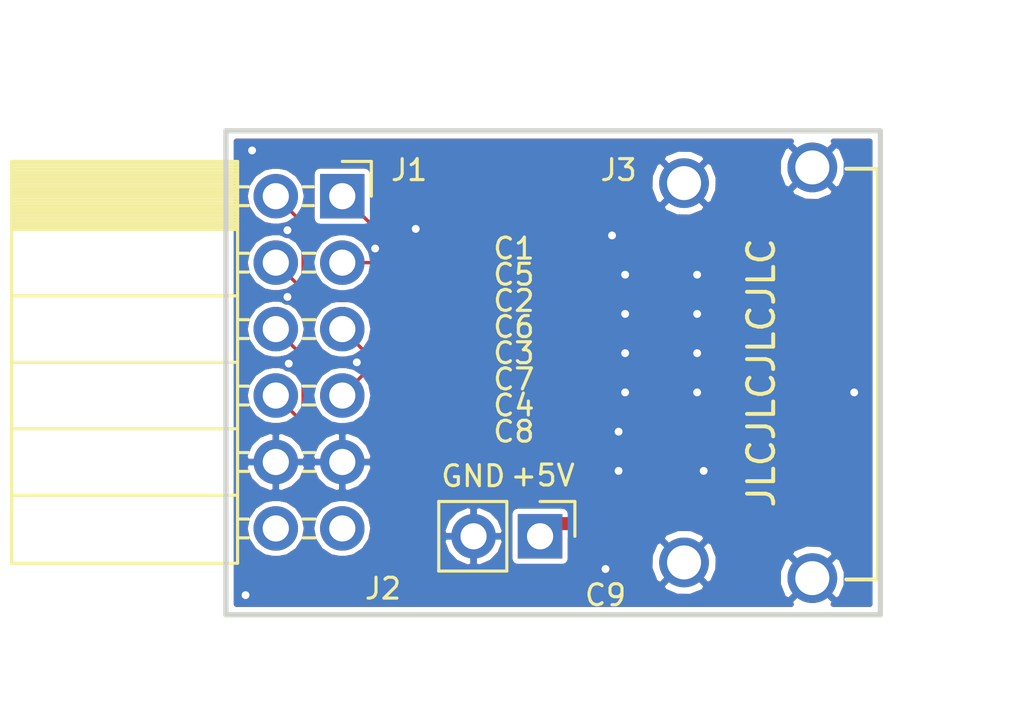
<source format=kicad_pcb>
(kicad_pcb (version 20171130) (host pcbnew 5.0.2-bee76a0~70~ubuntu18.04.1)

  (general
    (thickness 1.6)
    (drawings 7)
    (tracks 96)
    (zones 0)
    (modules 12)
    (nets 25)
  )

  (page A4)
  (layers
    (0 F.Cu signal)
    (31 B.Cu signal)
    (32 B.Adhes user)
    (33 F.Adhes user)
    (34 B.Paste user)
    (35 F.Paste user)
    (36 B.SilkS user)
    (37 F.SilkS user)
    (38 B.Mask user)
    (39 F.Mask user)
    (40 Dwgs.User user)
    (41 Cmts.User user)
    (42 Eco1.User user)
    (43 Eco2.User user)
    (44 Edge.Cuts user)
    (45 Margin user)
    (46 B.CrtYd user)
    (47 F.CrtYd user)
    (48 B.Fab user)
    (49 F.Fab user hide)
  )

  (setup
    (last_trace_width 0.3)
    (user_trace_width 0.2)
    (user_trace_width 0.3)
    (user_trace_width 0.5)
    (trace_clearance 0.13)
    (zone_clearance 0.2)
    (zone_45_only yes)
    (trace_min 0.13)
    (segment_width 0.2)
    (edge_width 0.15)
    (via_size 0.6)
    (via_drill 0.3)
    (via_min_size 0.6)
    (via_min_drill 0.3)
    (uvia_size 0.3)
    (uvia_drill 0.1)
    (uvias_allowed no)
    (uvia_min_size 0.2)
    (uvia_min_drill 0.1)
    (pcb_text_width 0.3)
    (pcb_text_size 1.5 1.5)
    (mod_edge_width 0.15)
    (mod_text_size 0.8 0.8)
    (mod_text_width 0.12)
    (pad_size 1.524 1.524)
    (pad_drill 0.762)
    (pad_to_mask_clearance 0.051)
    (solder_mask_min_width 0.25)
    (aux_axis_origin 0 0)
    (visible_elements FFFFFF7F)
    (pcbplotparams
      (layerselection 0x010fc_ffffffff)
      (usegerberextensions false)
      (usegerberattributes false)
      (usegerberadvancedattributes false)
      (creategerberjobfile false)
      (excludeedgelayer true)
      (linewidth 0.100000)
      (plotframeref false)
      (viasonmask false)
      (mode 1)
      (useauxorigin false)
      (hpglpennumber 1)
      (hpglpenspeed 20)
      (hpglpendiameter 15.000000)
      (psnegative false)
      (psa4output false)
      (plotreference true)
      (plotvalue true)
      (plotinvisibletext false)
      (padsonsilk false)
      (subtractmaskfromsilk false)
      (outputformat 1)
      (mirror false)
      (drillshape 0)
      (scaleselection 1)
      (outputdirectory "gerb/"))
  )

  (net 0 "")
  (net 1 /D2+)
  (net 2 /PMOD_D2+)
  (net 3 /D1+)
  (net 4 /PMOD_D1+)
  (net 5 /D0+)
  (net 6 /PMOD_D0+)
  (net 7 /CK+)
  (net 8 /PMOD_CK+)
  (net 9 /PMOD_D2-)
  (net 10 /D2-)
  (net 11 /PMOD_D1-)
  (net 12 /D1-)
  (net 13 /PMOD_D0-)
  (net 14 /D0-)
  (net 15 /PMOD_CK-)
  (net 16 /CK-)
  (net 17 GND)
  (net 18 +5V)
  (net 19 +3V3)
  (net 20 "Net-(J3-Pad13)")
  (net 21 "Net-(J3-Pad14)")
  (net 22 "Net-(J3-Pad15)")
  (net 23 "Net-(J3-Pad16)")
  (net 24 "Net-(J3-Pad19)")

  (net_class Default "This is the default net class."
    (clearance 0.13)
    (trace_width 0.13)
    (via_dia 0.6)
    (via_drill 0.3)
    (uvia_dia 0.3)
    (uvia_drill 0.1)
    (diff_pair_gap 0.13)
    (diff_pair_width 0.13)
    (add_net +3V3)
    (add_net +5V)
    (add_net /CK+)
    (add_net /CK-)
    (add_net /D0+)
    (add_net /D0-)
    (add_net /D1+)
    (add_net /D1-)
    (add_net /D2+)
    (add_net /D2-)
    (add_net /PMOD_CK+)
    (add_net /PMOD_CK-)
    (add_net /PMOD_D0+)
    (add_net /PMOD_D0-)
    (add_net /PMOD_D1+)
    (add_net /PMOD_D1-)
    (add_net /PMOD_D2+)
    (add_net /PMOD_D2-)
    (add_net GND)
    (add_net "Net-(J3-Pad13)")
    (add_net "Net-(J3-Pad14)")
    (add_net "Net-(J3-Pad15)")
    (add_net "Net-(J3-Pad16)")
    (add_net "Net-(J3-Pad19)")
  )

  (module Capacitor_SMD:C_0402_1005Metric (layer F.Cu) (tedit 5B301BBE) (tstamp 5F63238A)
    (at 140 72 180)
    (descr "Capacitor SMD 0402 (1005 Metric), square (rectangular) end terminal, IPC_7351 nominal, (Body size source: http://www.tortai-tech.com/upload/download/2011102023233369053.pdf), generated with kicad-footprint-generator")
    (tags capacitor)
    (path /5F61B0C6)
    (attr smd)
    (fp_text reference C1 (at 2 0 180) (layer F.SilkS)
      (effects (font (size 0.8 0.8) (thickness 0.12)))
    )
    (fp_text value 220n (at 0 1.17 180) (layer F.Fab)
      (effects (font (size 1 1) (thickness 0.15)))
    )
    (fp_line (start -0.5 0.25) (end -0.5 -0.25) (layer F.Fab) (width 0.1))
    (fp_line (start -0.5 -0.25) (end 0.5 -0.25) (layer F.Fab) (width 0.1))
    (fp_line (start 0.5 -0.25) (end 0.5 0.25) (layer F.Fab) (width 0.1))
    (fp_line (start 0.5 0.25) (end -0.5 0.25) (layer F.Fab) (width 0.1))
    (fp_line (start -0.93 0.47) (end -0.93 -0.47) (layer F.CrtYd) (width 0.05))
    (fp_line (start -0.93 -0.47) (end 0.93 -0.47) (layer F.CrtYd) (width 0.05))
    (fp_line (start 0.93 -0.47) (end 0.93 0.47) (layer F.CrtYd) (width 0.05))
    (fp_line (start 0.93 0.47) (end -0.93 0.47) (layer F.CrtYd) (width 0.05))
    (fp_text user %R (at 0 0 180) (layer F.Fab)
      (effects (font (size 0.25 0.25) (thickness 0.04)))
    )
    (pad 1 smd roundrect (at -0.485 0 180) (size 0.59 0.64) (layers F.Cu F.Paste F.Mask) (roundrect_rratio 0.25)
      (net 1 /D2+))
    (pad 2 smd roundrect (at 0.485 0 180) (size 0.59 0.64) (layers F.Cu F.Paste F.Mask) (roundrect_rratio 0.25)
      (net 2 /PMOD_D2+))
    (model ${KISYS3DMOD}/Capacitor_SMD.3dshapes/C_0402_1005Metric.wrl
      (at (xyz 0 0 0))
      (scale (xyz 1 1 1))
      (rotate (xyz 0 0 0))
    )
  )

  (module Capacitor_SMD:C_0402_1005Metric (layer F.Cu) (tedit 5B301BBE) (tstamp 5F63177F)
    (at 140 74 180)
    (descr "Capacitor SMD 0402 (1005 Metric), square (rectangular) end terminal, IPC_7351 nominal, (Body size source: http://www.tortai-tech.com/upload/download/2011102023233369053.pdf), generated with kicad-footprint-generator")
    (tags capacitor)
    (path /5F61D3AA)
    (attr smd)
    (fp_text reference C2 (at 2 0 180) (layer F.SilkS)
      (effects (font (size 0.8 0.8) (thickness 0.12)))
    )
    (fp_text value 220n (at 0 1.17 180) (layer F.Fab)
      (effects (font (size 1 1) (thickness 0.15)))
    )
    (fp_line (start -0.5 0.25) (end -0.5 -0.25) (layer F.Fab) (width 0.1))
    (fp_line (start -0.5 -0.25) (end 0.5 -0.25) (layer F.Fab) (width 0.1))
    (fp_line (start 0.5 -0.25) (end 0.5 0.25) (layer F.Fab) (width 0.1))
    (fp_line (start 0.5 0.25) (end -0.5 0.25) (layer F.Fab) (width 0.1))
    (fp_line (start -0.93 0.47) (end -0.93 -0.47) (layer F.CrtYd) (width 0.05))
    (fp_line (start -0.93 -0.47) (end 0.93 -0.47) (layer F.CrtYd) (width 0.05))
    (fp_line (start 0.93 -0.47) (end 0.93 0.47) (layer F.CrtYd) (width 0.05))
    (fp_line (start 0.93 0.47) (end -0.93 0.47) (layer F.CrtYd) (width 0.05))
    (fp_text user %R (at 0 0 180) (layer F.Fab)
      (effects (font (size 0.25 0.25) (thickness 0.04)))
    )
    (pad 1 smd roundrect (at -0.485 0 180) (size 0.59 0.64) (layers F.Cu F.Paste F.Mask) (roundrect_rratio 0.25)
      (net 3 /D1+))
    (pad 2 smd roundrect (at 0.485 0 180) (size 0.59 0.64) (layers F.Cu F.Paste F.Mask) (roundrect_rratio 0.25)
      (net 4 /PMOD_D1+))
    (model ${KISYS3DMOD}/Capacitor_SMD.3dshapes/C_0402_1005Metric.wrl
      (at (xyz 0 0 0))
      (scale (xyz 1 1 1))
      (rotate (xyz 0 0 0))
    )
  )

  (module Capacitor_SMD:C_0402_1005Metric (layer F.Cu) (tedit 5B301BBE) (tstamp 5F63178E)
    (at 140 76 180)
    (descr "Capacitor SMD 0402 (1005 Metric), square (rectangular) end terminal, IPC_7351 nominal, (Body size source: http://www.tortai-tech.com/upload/download/2011102023233369053.pdf), generated with kicad-footprint-generator")
    (tags capacitor)
    (path /5F61D9A4)
    (attr smd)
    (fp_text reference C3 (at 2 0 180) (layer F.SilkS)
      (effects (font (size 0.8 0.8) (thickness 0.12)))
    )
    (fp_text value 220n (at 0 1.17 180) (layer F.Fab)
      (effects (font (size 1 1) (thickness 0.15)))
    )
    (fp_line (start -0.5 0.25) (end -0.5 -0.25) (layer F.Fab) (width 0.1))
    (fp_line (start -0.5 -0.25) (end 0.5 -0.25) (layer F.Fab) (width 0.1))
    (fp_line (start 0.5 -0.25) (end 0.5 0.25) (layer F.Fab) (width 0.1))
    (fp_line (start 0.5 0.25) (end -0.5 0.25) (layer F.Fab) (width 0.1))
    (fp_line (start -0.93 0.47) (end -0.93 -0.47) (layer F.CrtYd) (width 0.05))
    (fp_line (start -0.93 -0.47) (end 0.93 -0.47) (layer F.CrtYd) (width 0.05))
    (fp_line (start 0.93 -0.47) (end 0.93 0.47) (layer F.CrtYd) (width 0.05))
    (fp_line (start 0.93 0.47) (end -0.93 0.47) (layer F.CrtYd) (width 0.05))
    (fp_text user %R (at 0 0 180) (layer F.Fab)
      (effects (font (size 0.25 0.25) (thickness 0.04)))
    )
    (pad 1 smd roundrect (at -0.485 0 180) (size 0.59 0.64) (layers F.Cu F.Paste F.Mask) (roundrect_rratio 0.25)
      (net 5 /D0+))
    (pad 2 smd roundrect (at 0.485 0 180) (size 0.59 0.64) (layers F.Cu F.Paste F.Mask) (roundrect_rratio 0.25)
      (net 6 /PMOD_D0+))
    (model ${KISYS3DMOD}/Capacitor_SMD.3dshapes/C_0402_1005Metric.wrl
      (at (xyz 0 0 0))
      (scale (xyz 1 1 1))
      (rotate (xyz 0 0 0))
    )
  )

  (module Capacitor_SMD:C_0402_1005Metric (layer F.Cu) (tedit 5B301BBE) (tstamp 5F63179D)
    (at 140 78 180)
    (descr "Capacitor SMD 0402 (1005 Metric), square (rectangular) end terminal, IPC_7351 nominal, (Body size source: http://www.tortai-tech.com/upload/download/2011102023233369053.pdf), generated with kicad-footprint-generator")
    (tags capacitor)
    (path /5F61E195)
    (attr smd)
    (fp_text reference C4 (at 2 0 180) (layer F.SilkS)
      (effects (font (size 0.8 0.8) (thickness 0.12)))
    )
    (fp_text value 220n (at 0 1.17 180) (layer F.Fab)
      (effects (font (size 1 1) (thickness 0.15)))
    )
    (fp_line (start -0.5 0.25) (end -0.5 -0.25) (layer F.Fab) (width 0.1))
    (fp_line (start -0.5 -0.25) (end 0.5 -0.25) (layer F.Fab) (width 0.1))
    (fp_line (start 0.5 -0.25) (end 0.5 0.25) (layer F.Fab) (width 0.1))
    (fp_line (start 0.5 0.25) (end -0.5 0.25) (layer F.Fab) (width 0.1))
    (fp_line (start -0.93 0.47) (end -0.93 -0.47) (layer F.CrtYd) (width 0.05))
    (fp_line (start -0.93 -0.47) (end 0.93 -0.47) (layer F.CrtYd) (width 0.05))
    (fp_line (start 0.93 -0.47) (end 0.93 0.47) (layer F.CrtYd) (width 0.05))
    (fp_line (start 0.93 0.47) (end -0.93 0.47) (layer F.CrtYd) (width 0.05))
    (fp_text user %R (at 0 0 180) (layer F.Fab)
      (effects (font (size 0.25 0.25) (thickness 0.04)))
    )
    (pad 1 smd roundrect (at -0.485 0 180) (size 0.59 0.64) (layers F.Cu F.Paste F.Mask) (roundrect_rratio 0.25)
      (net 7 /CK+))
    (pad 2 smd roundrect (at 0.485 0 180) (size 0.59 0.64) (layers F.Cu F.Paste F.Mask) (roundrect_rratio 0.25)
      (net 8 /PMOD_CK+))
    (model ${KISYS3DMOD}/Capacitor_SMD.3dshapes/C_0402_1005Metric.wrl
      (at (xyz 0 0 0))
      (scale (xyz 1 1 1))
      (rotate (xyz 0 0 0))
    )
  )

  (module Capacitor_SMD:C_0402_1005Metric (layer F.Cu) (tedit 5B301BBE) (tstamp 5F6317AC)
    (at 140 73 180)
    (descr "Capacitor SMD 0402 (1005 Metric), square (rectangular) end terminal, IPC_7351 nominal, (Body size source: http://www.tortai-tech.com/upload/download/2011102023233369053.pdf), generated with kicad-footprint-generator")
    (tags capacitor)
    (path /5F61B10D)
    (attr smd)
    (fp_text reference C5 (at 2 0 180) (layer F.SilkS)
      (effects (font (size 0.8 0.8) (thickness 0.12)))
    )
    (fp_text value 220n (at 0 1.17 180) (layer F.Fab)
      (effects (font (size 1 1) (thickness 0.15)))
    )
    (fp_text user %R (at 0 0 180) (layer F.Fab)
      (effects (font (size 0.25 0.25) (thickness 0.04)))
    )
    (fp_line (start 0.93 0.47) (end -0.93 0.47) (layer F.CrtYd) (width 0.05))
    (fp_line (start 0.93 -0.47) (end 0.93 0.47) (layer F.CrtYd) (width 0.05))
    (fp_line (start -0.93 -0.47) (end 0.93 -0.47) (layer F.CrtYd) (width 0.05))
    (fp_line (start -0.93 0.47) (end -0.93 -0.47) (layer F.CrtYd) (width 0.05))
    (fp_line (start 0.5 0.25) (end -0.5 0.25) (layer F.Fab) (width 0.1))
    (fp_line (start 0.5 -0.25) (end 0.5 0.25) (layer F.Fab) (width 0.1))
    (fp_line (start -0.5 -0.25) (end 0.5 -0.25) (layer F.Fab) (width 0.1))
    (fp_line (start -0.5 0.25) (end -0.5 -0.25) (layer F.Fab) (width 0.1))
    (pad 2 smd roundrect (at 0.485 0 180) (size 0.59 0.64) (layers F.Cu F.Paste F.Mask) (roundrect_rratio 0.25)
      (net 9 /PMOD_D2-))
    (pad 1 smd roundrect (at -0.485 0 180) (size 0.59 0.64) (layers F.Cu F.Paste F.Mask) (roundrect_rratio 0.25)
      (net 10 /D2-))
    (model ${KISYS3DMOD}/Capacitor_SMD.3dshapes/C_0402_1005Metric.wrl
      (at (xyz 0 0 0))
      (scale (xyz 1 1 1))
      (rotate (xyz 0 0 0))
    )
  )

  (module Capacitor_SMD:C_0402_1005Metric (layer F.Cu) (tedit 5B301BBE) (tstamp 5F6317BB)
    (at 140 75 180)
    (descr "Capacitor SMD 0402 (1005 Metric), square (rectangular) end terminal, IPC_7351 nominal, (Body size source: http://www.tortai-tech.com/upload/download/2011102023233369053.pdf), generated with kicad-footprint-generator")
    (tags capacitor)
    (path /5F61D3B1)
    (attr smd)
    (fp_text reference C6 (at 2 0 180) (layer F.SilkS)
      (effects (font (size 0.8 0.8) (thickness 0.12)))
    )
    (fp_text value 220n (at 0 1.17 180) (layer F.Fab)
      (effects (font (size 1 1) (thickness 0.15)))
    )
    (fp_text user %R (at 0 0 180) (layer F.Fab)
      (effects (font (size 0.25 0.25) (thickness 0.04)))
    )
    (fp_line (start 0.93 0.47) (end -0.93 0.47) (layer F.CrtYd) (width 0.05))
    (fp_line (start 0.93 -0.47) (end 0.93 0.47) (layer F.CrtYd) (width 0.05))
    (fp_line (start -0.93 -0.47) (end 0.93 -0.47) (layer F.CrtYd) (width 0.05))
    (fp_line (start -0.93 0.47) (end -0.93 -0.47) (layer F.CrtYd) (width 0.05))
    (fp_line (start 0.5 0.25) (end -0.5 0.25) (layer F.Fab) (width 0.1))
    (fp_line (start 0.5 -0.25) (end 0.5 0.25) (layer F.Fab) (width 0.1))
    (fp_line (start -0.5 -0.25) (end 0.5 -0.25) (layer F.Fab) (width 0.1))
    (fp_line (start -0.5 0.25) (end -0.5 -0.25) (layer F.Fab) (width 0.1))
    (pad 2 smd roundrect (at 0.485 0 180) (size 0.59 0.64) (layers F.Cu F.Paste F.Mask) (roundrect_rratio 0.25)
      (net 11 /PMOD_D1-))
    (pad 1 smd roundrect (at -0.485 0 180) (size 0.59 0.64) (layers F.Cu F.Paste F.Mask) (roundrect_rratio 0.25)
      (net 12 /D1-))
    (model ${KISYS3DMOD}/Capacitor_SMD.3dshapes/C_0402_1005Metric.wrl
      (at (xyz 0 0 0))
      (scale (xyz 1 1 1))
      (rotate (xyz 0 0 0))
    )
  )

  (module Capacitor_SMD:C_0402_1005Metric (layer F.Cu) (tedit 5B301BBE) (tstamp 5F6317CA)
    (at 140 77 180)
    (descr "Capacitor SMD 0402 (1005 Metric), square (rectangular) end terminal, IPC_7351 nominal, (Body size source: http://www.tortai-tech.com/upload/download/2011102023233369053.pdf), generated with kicad-footprint-generator")
    (tags capacitor)
    (path /5F61D9AB)
    (attr smd)
    (fp_text reference C7 (at 2 0 180) (layer F.SilkS)
      (effects (font (size 0.8 0.8) (thickness 0.12)))
    )
    (fp_text value 220n (at 0 1.17 180) (layer F.Fab)
      (effects (font (size 1 1) (thickness 0.15)))
    )
    (fp_text user %R (at 0 0 180) (layer F.Fab)
      (effects (font (size 0.25 0.25) (thickness 0.04)))
    )
    (fp_line (start 0.93 0.47) (end -0.93 0.47) (layer F.CrtYd) (width 0.05))
    (fp_line (start 0.93 -0.47) (end 0.93 0.47) (layer F.CrtYd) (width 0.05))
    (fp_line (start -0.93 -0.47) (end 0.93 -0.47) (layer F.CrtYd) (width 0.05))
    (fp_line (start -0.93 0.47) (end -0.93 -0.47) (layer F.CrtYd) (width 0.05))
    (fp_line (start 0.5 0.25) (end -0.5 0.25) (layer F.Fab) (width 0.1))
    (fp_line (start 0.5 -0.25) (end 0.5 0.25) (layer F.Fab) (width 0.1))
    (fp_line (start -0.5 -0.25) (end 0.5 -0.25) (layer F.Fab) (width 0.1))
    (fp_line (start -0.5 0.25) (end -0.5 -0.25) (layer F.Fab) (width 0.1))
    (pad 2 smd roundrect (at 0.485 0 180) (size 0.59 0.64) (layers F.Cu F.Paste F.Mask) (roundrect_rratio 0.25)
      (net 13 /PMOD_D0-))
    (pad 1 smd roundrect (at -0.485 0 180) (size 0.59 0.64) (layers F.Cu F.Paste F.Mask) (roundrect_rratio 0.25)
      (net 14 /D0-))
    (model ${KISYS3DMOD}/Capacitor_SMD.3dshapes/C_0402_1005Metric.wrl
      (at (xyz 0 0 0))
      (scale (xyz 1 1 1))
      (rotate (xyz 0 0 0))
    )
  )

  (module Capacitor_SMD:C_0402_1005Metric (layer F.Cu) (tedit 5B301BBE) (tstamp 5F6317D9)
    (at 140 79 180)
    (descr "Capacitor SMD 0402 (1005 Metric), square (rectangular) end terminal, IPC_7351 nominal, (Body size source: http://www.tortai-tech.com/upload/download/2011102023233369053.pdf), generated with kicad-footprint-generator")
    (tags capacitor)
    (path /5F61E19C)
    (attr smd)
    (fp_text reference C8 (at 2 0 180) (layer F.SilkS)
      (effects (font (size 0.8 0.8) (thickness 0.12)))
    )
    (fp_text value 220n (at 0 1.17 180) (layer F.Fab)
      (effects (font (size 1 1) (thickness 0.15)))
    )
    (fp_text user %R (at 0 0 180) (layer F.Fab)
      (effects (font (size 0.25 0.25) (thickness 0.04)))
    )
    (fp_line (start 0.93 0.47) (end -0.93 0.47) (layer F.CrtYd) (width 0.05))
    (fp_line (start 0.93 -0.47) (end 0.93 0.47) (layer F.CrtYd) (width 0.05))
    (fp_line (start -0.93 -0.47) (end 0.93 -0.47) (layer F.CrtYd) (width 0.05))
    (fp_line (start -0.93 0.47) (end -0.93 -0.47) (layer F.CrtYd) (width 0.05))
    (fp_line (start 0.5 0.25) (end -0.5 0.25) (layer F.Fab) (width 0.1))
    (fp_line (start 0.5 -0.25) (end 0.5 0.25) (layer F.Fab) (width 0.1))
    (fp_line (start -0.5 -0.25) (end 0.5 -0.25) (layer F.Fab) (width 0.1))
    (fp_line (start -0.5 0.25) (end -0.5 -0.25) (layer F.Fab) (width 0.1))
    (pad 2 smd roundrect (at 0.485 0 180) (size 0.59 0.64) (layers F.Cu F.Paste F.Mask) (roundrect_rratio 0.25)
      (net 15 /PMOD_CK-))
    (pad 1 smd roundrect (at -0.485 0 180) (size 0.59 0.64) (layers F.Cu F.Paste F.Mask) (roundrect_rratio 0.25)
      (net 16 /CK-))
    (model ${KISYS3DMOD}/Capacitor_SMD.3dshapes/C_0402_1005Metric.wrl
      (at (xyz 0 0 0))
      (scale (xyz 1 1 1))
      (rotate (xyz 0 0 0))
    )
  )

  (module Capacitor_SMD:C_0402_1005Metric (layer F.Cu) (tedit 5B301BBE) (tstamp 5F6317E8)
    (at 141.5 83 90)
    (descr "Capacitor SMD 0402 (1005 Metric), square (rectangular) end terminal, IPC_7351 nominal, (Body size source: http://www.tortai-tech.com/upload/download/2011102023233369053.pdf), generated with kicad-footprint-generator")
    (tags capacitor)
    (path /5F630168)
    (attr smd)
    (fp_text reference C9 (at -2.25 0 180) (layer F.SilkS)
      (effects (font (size 0.8 0.8) (thickness 0.12)))
    )
    (fp_text value 220n (at 0 1.17 90) (layer F.Fab)
      (effects (font (size 1 1) (thickness 0.15)))
    )
    (fp_line (start -0.5 0.25) (end -0.5 -0.25) (layer F.Fab) (width 0.1))
    (fp_line (start -0.5 -0.25) (end 0.5 -0.25) (layer F.Fab) (width 0.1))
    (fp_line (start 0.5 -0.25) (end 0.5 0.25) (layer F.Fab) (width 0.1))
    (fp_line (start 0.5 0.25) (end -0.5 0.25) (layer F.Fab) (width 0.1))
    (fp_line (start -0.93 0.47) (end -0.93 -0.47) (layer F.CrtYd) (width 0.05))
    (fp_line (start -0.93 -0.47) (end 0.93 -0.47) (layer F.CrtYd) (width 0.05))
    (fp_line (start 0.93 -0.47) (end 0.93 0.47) (layer F.CrtYd) (width 0.05))
    (fp_line (start 0.93 0.47) (end -0.93 0.47) (layer F.CrtYd) (width 0.05))
    (fp_text user %R (at 0 0 90) (layer F.Fab)
      (effects (font (size 0.25 0.25) (thickness 0.04)))
    )
    (pad 1 smd roundrect (at -0.485 0 90) (size 0.59 0.64) (layers F.Cu F.Paste F.Mask) (roundrect_rratio 0.25)
      (net 17 GND))
    (pad 2 smd roundrect (at 0.485 0 90) (size 0.59 0.64) (layers F.Cu F.Paste F.Mask) (roundrect_rratio 0.25)
      (net 18 +5V))
    (model ${KISYS3DMOD}/Capacitor_SMD.3dshapes/C_0402_1005Metric.wrl
      (at (xyz 0 0 0))
      (scale (xyz 1 1 1))
      (rotate (xyz 0 0 0))
    )
  )

  (module Connector_PinSocket_2.54mm:PinSocket_2x06_P2.54mm_Horizontal (layer F.Cu) (tedit 5A19A42C) (tstamp 5F632166)
    (at 131.445 70)
    (descr "Through hole angled socket strip, 2x06, 2.54mm pitch, 8.51mm socket length, double cols (from Kicad 4.0.7), script generated")
    (tags "Through hole angled socket strip THT 2x06 2.54mm double row")
    (path /5F61A52F)
    (fp_text reference J1 (at 2.555 -1) (layer F.SilkS)
      (effects (font (size 0.8 0.8) (thickness 0.12)))
    )
    (fp_text value 02x06 (at -5.65 15.47) (layer F.Fab)
      (effects (font (size 1 1) (thickness 0.15)))
    )
    (fp_line (start -12.57 -1.27) (end -5.03 -1.27) (layer F.Fab) (width 0.1))
    (fp_line (start -5.03 -1.27) (end -4.06 -0.3) (layer F.Fab) (width 0.1))
    (fp_line (start -4.06 -0.3) (end -4.06 13.97) (layer F.Fab) (width 0.1))
    (fp_line (start -4.06 13.97) (end -12.57 13.97) (layer F.Fab) (width 0.1))
    (fp_line (start -12.57 13.97) (end -12.57 -1.27) (layer F.Fab) (width 0.1))
    (fp_line (start 0 -0.3) (end -4.06 -0.3) (layer F.Fab) (width 0.1))
    (fp_line (start -4.06 0.3) (end 0 0.3) (layer F.Fab) (width 0.1))
    (fp_line (start 0 0.3) (end 0 -0.3) (layer F.Fab) (width 0.1))
    (fp_line (start 0 2.24) (end -4.06 2.24) (layer F.Fab) (width 0.1))
    (fp_line (start -4.06 2.84) (end 0 2.84) (layer F.Fab) (width 0.1))
    (fp_line (start 0 2.84) (end 0 2.24) (layer F.Fab) (width 0.1))
    (fp_line (start 0 4.78) (end -4.06 4.78) (layer F.Fab) (width 0.1))
    (fp_line (start -4.06 5.38) (end 0 5.38) (layer F.Fab) (width 0.1))
    (fp_line (start 0 5.38) (end 0 4.78) (layer F.Fab) (width 0.1))
    (fp_line (start 0 7.32) (end -4.06 7.32) (layer F.Fab) (width 0.1))
    (fp_line (start -4.06 7.92) (end 0 7.92) (layer F.Fab) (width 0.1))
    (fp_line (start 0 7.92) (end 0 7.32) (layer F.Fab) (width 0.1))
    (fp_line (start 0 9.86) (end -4.06 9.86) (layer F.Fab) (width 0.1))
    (fp_line (start -4.06 10.46) (end 0 10.46) (layer F.Fab) (width 0.1))
    (fp_line (start 0 10.46) (end 0 9.86) (layer F.Fab) (width 0.1))
    (fp_line (start 0 12.4) (end -4.06 12.4) (layer F.Fab) (width 0.1))
    (fp_line (start -4.06 13) (end 0 13) (layer F.Fab) (width 0.1))
    (fp_line (start 0 13) (end 0 12.4) (layer F.Fab) (width 0.1))
    (fp_line (start -12.63 -1.21) (end -4 -1.21) (layer F.SilkS) (width 0.12))
    (fp_line (start -12.63 -1.091905) (end -4 -1.091905) (layer F.SilkS) (width 0.12))
    (fp_line (start -12.63 -0.97381) (end -4 -0.97381) (layer F.SilkS) (width 0.12))
    (fp_line (start -12.63 -0.855715) (end -4 -0.855715) (layer F.SilkS) (width 0.12))
    (fp_line (start -12.63 -0.73762) (end -4 -0.73762) (layer F.SilkS) (width 0.12))
    (fp_line (start -12.63 -0.619525) (end -4 -0.619525) (layer F.SilkS) (width 0.12))
    (fp_line (start -12.63 -0.50143) (end -4 -0.50143) (layer F.SilkS) (width 0.12))
    (fp_line (start -12.63 -0.383335) (end -4 -0.383335) (layer F.SilkS) (width 0.12))
    (fp_line (start -12.63 -0.26524) (end -4 -0.26524) (layer F.SilkS) (width 0.12))
    (fp_line (start -12.63 -0.147145) (end -4 -0.147145) (layer F.SilkS) (width 0.12))
    (fp_line (start -12.63 -0.02905) (end -4 -0.02905) (layer F.SilkS) (width 0.12))
    (fp_line (start -12.63 0.089045) (end -4 0.089045) (layer F.SilkS) (width 0.12))
    (fp_line (start -12.63 0.20714) (end -4 0.20714) (layer F.SilkS) (width 0.12))
    (fp_line (start -12.63 0.325235) (end -4 0.325235) (layer F.SilkS) (width 0.12))
    (fp_line (start -12.63 0.44333) (end -4 0.44333) (layer F.SilkS) (width 0.12))
    (fp_line (start -12.63 0.561425) (end -4 0.561425) (layer F.SilkS) (width 0.12))
    (fp_line (start -12.63 0.67952) (end -4 0.67952) (layer F.SilkS) (width 0.12))
    (fp_line (start -12.63 0.797615) (end -4 0.797615) (layer F.SilkS) (width 0.12))
    (fp_line (start -12.63 0.91571) (end -4 0.91571) (layer F.SilkS) (width 0.12))
    (fp_line (start -12.63 1.033805) (end -4 1.033805) (layer F.SilkS) (width 0.12))
    (fp_line (start -12.63 1.1519) (end -4 1.1519) (layer F.SilkS) (width 0.12))
    (fp_line (start -4 -0.36) (end -3.59 -0.36) (layer F.SilkS) (width 0.12))
    (fp_line (start -1.49 -0.36) (end -1.11 -0.36) (layer F.SilkS) (width 0.12))
    (fp_line (start -4 0.36) (end -3.59 0.36) (layer F.SilkS) (width 0.12))
    (fp_line (start -1.49 0.36) (end -1.11 0.36) (layer F.SilkS) (width 0.12))
    (fp_line (start -4 2.18) (end -3.59 2.18) (layer F.SilkS) (width 0.12))
    (fp_line (start -1.49 2.18) (end -1.05 2.18) (layer F.SilkS) (width 0.12))
    (fp_line (start -4 2.9) (end -3.59 2.9) (layer F.SilkS) (width 0.12))
    (fp_line (start -1.49 2.9) (end -1.05 2.9) (layer F.SilkS) (width 0.12))
    (fp_line (start -4 4.72) (end -3.59 4.72) (layer F.SilkS) (width 0.12))
    (fp_line (start -1.49 4.72) (end -1.05 4.72) (layer F.SilkS) (width 0.12))
    (fp_line (start -4 5.44) (end -3.59 5.44) (layer F.SilkS) (width 0.12))
    (fp_line (start -1.49 5.44) (end -1.05 5.44) (layer F.SilkS) (width 0.12))
    (fp_line (start -4 7.26) (end -3.59 7.26) (layer F.SilkS) (width 0.12))
    (fp_line (start -1.49 7.26) (end -1.05 7.26) (layer F.SilkS) (width 0.12))
    (fp_line (start -4 7.98) (end -3.59 7.98) (layer F.SilkS) (width 0.12))
    (fp_line (start -1.49 7.98) (end -1.05 7.98) (layer F.SilkS) (width 0.12))
    (fp_line (start -4 9.8) (end -3.59 9.8) (layer F.SilkS) (width 0.12))
    (fp_line (start -1.49 9.8) (end -1.05 9.8) (layer F.SilkS) (width 0.12))
    (fp_line (start -4 10.52) (end -3.59 10.52) (layer F.SilkS) (width 0.12))
    (fp_line (start -1.49 10.52) (end -1.05 10.52) (layer F.SilkS) (width 0.12))
    (fp_line (start -4 12.34) (end -3.59 12.34) (layer F.SilkS) (width 0.12))
    (fp_line (start -1.49 12.34) (end -1.05 12.34) (layer F.SilkS) (width 0.12))
    (fp_line (start -4 13.06) (end -3.59 13.06) (layer F.SilkS) (width 0.12))
    (fp_line (start -1.49 13.06) (end -1.05 13.06) (layer F.SilkS) (width 0.12))
    (fp_line (start -12.63 1.27) (end -4 1.27) (layer F.SilkS) (width 0.12))
    (fp_line (start -12.63 3.81) (end -4 3.81) (layer F.SilkS) (width 0.12))
    (fp_line (start -12.63 6.35) (end -4 6.35) (layer F.SilkS) (width 0.12))
    (fp_line (start -12.63 8.89) (end -4 8.89) (layer F.SilkS) (width 0.12))
    (fp_line (start -12.63 11.43) (end -4 11.43) (layer F.SilkS) (width 0.12))
    (fp_line (start -12.63 -1.33) (end -4 -1.33) (layer F.SilkS) (width 0.12))
    (fp_line (start -4 -1.33) (end -4 14.03) (layer F.SilkS) (width 0.12))
    (fp_line (start -12.63 14.03) (end -4 14.03) (layer F.SilkS) (width 0.12))
    (fp_line (start -12.63 -1.33) (end -12.63 14.03) (layer F.SilkS) (width 0.12))
    (fp_line (start 1.11 -1.33) (end 1.11 0) (layer F.SilkS) (width 0.12))
    (fp_line (start 0 -1.33) (end 1.11 -1.33) (layer F.SilkS) (width 0.12))
    (fp_line (start 1.8 -1.8) (end -13.05 -1.8) (layer F.CrtYd) (width 0.05))
    (fp_line (start -13.05 -1.8) (end -13.05 14.45) (layer F.CrtYd) (width 0.05))
    (fp_line (start -13.05 14.45) (end 1.8 14.45) (layer F.CrtYd) (width 0.05))
    (fp_line (start 1.8 14.45) (end 1.8 -1.8) (layer F.CrtYd) (width 0.05))
    (fp_text user %R (at -8.315 6.35 90) (layer F.Fab)
      (effects (font (size 1 1) (thickness 0.15)))
    )
    (pad 1 thru_hole rect (at 0 0) (size 1.7 1.7) (drill 1) (layers *.Cu *.Mask)
      (net 2 /PMOD_D2+))
    (pad 2 thru_hole oval (at -2.54 0) (size 1.7 1.7) (drill 1) (layers *.Cu *.Mask)
      (net 4 /PMOD_D1+))
    (pad 3 thru_hole oval (at 0 2.54) (size 1.7 1.7) (drill 1) (layers *.Cu *.Mask)
      (net 9 /PMOD_D2-))
    (pad 4 thru_hole oval (at -2.54 2.54) (size 1.7 1.7) (drill 1) (layers *.Cu *.Mask)
      (net 11 /PMOD_D1-))
    (pad 5 thru_hole oval (at 0 5.08) (size 1.7 1.7) (drill 1) (layers *.Cu *.Mask)
      (net 6 /PMOD_D0+))
    (pad 6 thru_hole oval (at -2.54 5.08) (size 1.7 1.7) (drill 1) (layers *.Cu *.Mask)
      (net 8 /PMOD_CK+))
    (pad 7 thru_hole oval (at 0 7.62) (size 1.7 1.7) (drill 1) (layers *.Cu *.Mask)
      (net 13 /PMOD_D0-))
    (pad 8 thru_hole oval (at -2.54 7.62) (size 1.7 1.7) (drill 1) (layers *.Cu *.Mask)
      (net 15 /PMOD_CK-))
    (pad 9 thru_hole oval (at 0 10.16) (size 1.7 1.7) (drill 1) (layers *.Cu *.Mask)
      (net 17 GND))
    (pad 10 thru_hole oval (at -2.54 10.16) (size 1.7 1.7) (drill 1) (layers *.Cu *.Mask)
      (net 17 GND))
    (pad 11 thru_hole oval (at 0 12.7) (size 1.7 1.7) (drill 1) (layers *.Cu *.Mask)
      (net 19 +3V3))
    (pad 12 thru_hole oval (at -2.54 12.7) (size 1.7 1.7) (drill 1) (layers *.Cu *.Mask)
      (net 19 +3V3))
    (model ${KISYS3DMOD}/Connector_PinSocket_2.54mm.3dshapes/PinSocket_2x06_P2.54mm_Horizontal.wrl
      (at (xyz 0 0 0))
      (scale (xyz 1 1 1))
      (rotate (xyz 0 0 0))
    )
  )

  (module Connector_PinHeader_2.54mm:PinHeader_1x02_P2.54mm_Vertical (layer F.Cu) (tedit 59FED5CC) (tstamp 5F631C5E)
    (at 139 83 270)
    (descr "Through hole straight pin header, 1x02, 2.54mm pitch, single row")
    (tags "Through hole pin header THT 1x02 2.54mm single row")
    (path /5F626B92)
    (fp_text reference J2 (at 2 6) (layer F.SilkS)
      (effects (font (size 0.8 0.8) (thickness 0.12)))
    )
    (fp_text value Conn_01x02 (at 0 4.87 270) (layer F.Fab)
      (effects (font (size 1 1) (thickness 0.15)))
    )
    (fp_line (start -0.635 -1.27) (end 1.27 -1.27) (layer F.Fab) (width 0.1))
    (fp_line (start 1.27 -1.27) (end 1.27 3.81) (layer F.Fab) (width 0.1))
    (fp_line (start 1.27 3.81) (end -1.27 3.81) (layer F.Fab) (width 0.1))
    (fp_line (start -1.27 3.81) (end -1.27 -0.635) (layer F.Fab) (width 0.1))
    (fp_line (start -1.27 -0.635) (end -0.635 -1.27) (layer F.Fab) (width 0.1))
    (fp_line (start -1.33 3.87) (end 1.33 3.87) (layer F.SilkS) (width 0.12))
    (fp_line (start -1.33 1.27) (end -1.33 3.87) (layer F.SilkS) (width 0.12))
    (fp_line (start 1.33 1.27) (end 1.33 3.87) (layer F.SilkS) (width 0.12))
    (fp_line (start -1.33 1.27) (end 1.33 1.27) (layer F.SilkS) (width 0.12))
    (fp_line (start -1.33 0) (end -1.33 -1.33) (layer F.SilkS) (width 0.12))
    (fp_line (start -1.33 -1.33) (end 0 -1.33) (layer F.SilkS) (width 0.12))
    (fp_line (start -1.8 -1.8) (end -1.8 4.35) (layer F.CrtYd) (width 0.05))
    (fp_line (start -1.8 4.35) (end 1.8 4.35) (layer F.CrtYd) (width 0.05))
    (fp_line (start 1.8 4.35) (end 1.8 -1.8) (layer F.CrtYd) (width 0.05))
    (fp_line (start 1.8 -1.8) (end -1.8 -1.8) (layer F.CrtYd) (width 0.05))
    (fp_text user %R (at 0 1.27) (layer F.Fab)
      (effects (font (size 1 1) (thickness 0.15)))
    )
    (pad 1 thru_hole rect (at 0 0 270) (size 1.7 1.7) (drill 1) (layers *.Cu *.Mask)
      (net 18 +5V))
    (pad 2 thru_hole oval (at 0 2.54 270) (size 1.7 1.7) (drill 1) (layers *.Cu *.Mask)
      (net 17 GND))
    (model ${KISYS3DMOD}/Connector_PinHeader_2.54mm.3dshapes/PinHeader_1x02_P2.54mm_Vertical.wrl
      (at (xyz 0 0 0))
      (scale (xyz 1 1 1))
      (rotate (xyz 0 0 0))
    )
  )

  (module picodvi:HDMI-SS-53000 (layer F.Cu) (tedit 5EF3871F) (tstamp 5F632284)
    (at 144.5 76.75 270)
    (path /5F61A1A0)
    (attr smd)
    (fp_text reference J3 (at -7.75 2.5) (layer F.SilkS)
      (effects (font (size 0.8 0.8) (thickness 0.12)))
    )
    (fp_text value HDMI_A (at 0 -2.45 270) (layer F.Fab)
      (effects (font (size 1 1) (thickness 0.15)))
    )
    (fp_line (start -7.8 -7.4) (end 7.8 -7.4) (layer F.SilkS) (width 0.15))
    (fp_line (start 7.9 -7.4) (end 7.9 -6.2) (layer F.SilkS) (width 0.15))
    (fp_line (start -7.8 -7.4) (end -7.8 -6.2) (layer F.SilkS) (width 0.15))
    (pad 1 smd rect (at -4.25 0.9 270) (size 0.3 1.9) (layers F.Cu F.Paste F.Mask)
      (net 1 /D2+))
    (pad 2 smd rect (at -3.75 0.9 270) (size 0.3 1.9) (layers F.Cu F.Paste F.Mask)
      (net 17 GND))
    (pad 3 smd rect (at -3.25 0.9 270) (size 0.3 1.9) (layers F.Cu F.Paste F.Mask)
      (net 10 /D2-))
    (pad 4 smd rect (at -2.75 0.9 270) (size 0.3 1.9) (layers F.Cu F.Paste F.Mask)
      (net 3 /D1+))
    (pad 5 smd rect (at -2.25 0.9 270) (size 0.3 1.9) (layers F.Cu F.Paste F.Mask)
      (net 17 GND))
    (pad 6 smd rect (at -1.75 0.9 270) (size 0.3 1.9) (layers F.Cu F.Paste F.Mask)
      (net 12 /D1-))
    (pad 7 smd rect (at -1.25 0.9 270) (size 0.3 1.9) (layers F.Cu F.Paste F.Mask)
      (net 5 /D0+))
    (pad 8 smd rect (at -0.75 0.9 270) (size 0.3 1.9) (layers F.Cu F.Paste F.Mask)
      (net 17 GND))
    (pad 9 smd rect (at -0.25 0.9 270) (size 0.3 1.9) (layers F.Cu F.Paste F.Mask)
      (net 14 /D0-))
    (pad 10 smd rect (at 0.25 0.9 270) (size 0.3 1.9) (layers F.Cu F.Paste F.Mask)
      (net 7 /CK+))
    (pad 11 smd rect (at 0.75 0.9 270) (size 0.3 1.9) (layers F.Cu F.Paste F.Mask)
      (net 17 GND))
    (pad 12 smd rect (at 1.25 0.9 270) (size 0.3 1.9) (layers F.Cu F.Paste F.Mask)
      (net 16 /CK-))
    (pad 13 smd rect (at 1.75 0.9 270) (size 0.3 1.9) (layers F.Cu F.Paste F.Mask)
      (net 20 "Net-(J3-Pad13)"))
    (pad 14 smd rect (at 2.25 0.9 270) (size 0.3 1.9) (layers F.Cu F.Paste F.Mask)
      (net 21 "Net-(J3-Pad14)"))
    (pad 15 smd rect (at 2.75 0.9 270) (size 0.3 1.9) (layers F.Cu F.Paste F.Mask)
      (net 22 "Net-(J3-Pad15)"))
    (pad 16 smd rect (at 3.25 0.9 270) (size 0.3 1.9) (layers F.Cu F.Paste F.Mask)
      (net 23 "Net-(J3-Pad16)"))
    (pad 17 smd rect (at 3.75 0.9 270) (size 0.3 1.9) (layers F.Cu F.Paste F.Mask)
      (net 17 GND))
    (pad 18 smd rect (at 4.25 0.9 270) (size 0.3 1.9) (layers F.Cu F.Paste F.Mask)
      (net 18 +5V))
    (pad 19 smd rect (at 4.75 0.9 270) (size 0.3 1.9) (layers F.Cu F.Paste F.Mask)
      (net 24 "Net-(J3-Pad19)"))
    (pad SH thru_hole circle (at 7.25 0 270) (size 1.9 1.9) (drill 1.3) (layers *.Cu *.Mask)
      (net 17 GND))
    (pad SH thru_hole circle (at -7.25 0 270) (size 1.9 1.9) (drill 1.3) (layers *.Cu *.Mask)
      (net 17 GND))
    (pad SH thru_hole circle (at 7.85 -4.9 270) (size 1.9 1.9) (drill 1.3) (layers *.Cu *.Mask)
      (net 17 GND))
    (pad SH thru_hole circle (at -7.85 -4.9 270) (size 1.9 1.9) (drill 1.3) (layers *.Cu *.Mask)
      (net 17 GND))
  )

  (gr_text +5V (at 139.1 80.675) (layer F.SilkS) (tstamp 5F63457A)
    (effects (font (size 0.8 0.8) (thickness 0.12)))
  )
  (gr_text GND (at 136.45 80.7) (layer F.SilkS)
    (effects (font (size 0.8 0.8) (thickness 0.12)))
  )
  (gr_text JLCJLCJLCJLC (at 147.45 76.75 90) (layer F.SilkS)
    (effects (font (size 1 1) (thickness 0.15)))
  )
  (gr_line (start 152 86) (end 152 67.5) (layer Edge.Cuts) (width 0.2))
  (gr_line (start 127 86) (end 152 86) (layer Edge.Cuts) (width 0.2))
  (gr_line (start 127 67.5) (end 127 86) (layer Edge.Cuts) (width 0.2))
  (gr_line (start 152 67.5) (end 127 67.5) (layer Edge.Cuts) (width 0.2))

  (via (at 142.25 77.5) (size 0.6) (drill 0.3) (layers F.Cu B.Cu) (net 17) (tstamp 5F633648) (status 40000))
  (segment (start 141.63 72.87) (end 142 72.5) (width 0.13) (layer F.Cu) (net 1))
  (segment (start 140.485 72) (end 141.355 72.87) (width 0.13) (layer F.Cu) (net 1))
  (segment (start 142 72.5) (end 143.6 72.5) (width 0.13) (layer F.Cu) (net 1))
  (segment (start 141.355 72.87) (end 141.63 72.87) (width 0.13) (layer F.Cu) (net 1))
  (segment (start 139.265 72.25) (end 139.515 72) (width 0.13) (layer F.Cu) (net 2))
  (segment (start 133.725 72.25) (end 139.265 72.25) (width 0.13) (layer F.Cu) (net 2))
  (segment (start 131.445 70) (end 131.475 70) (width 0.13) (layer F.Cu) (net 2))
  (segment (start 131.475 70) (end 133.725 72.25) (width 0.13) (layer F.Cu) (net 2))
  (segment (start 142 74) (end 143.6 74) (width 0.13) (layer F.Cu) (net 3))
  (segment (start 141.63 74.37) (end 142 74) (width 0.13) (layer F.Cu) (net 3))
  (segment (start 140.485 74) (end 140.855 74.37) (width 0.13) (layer F.Cu) (net 3))
  (segment (start 140.855 74.37) (end 141.63 74.37) (width 0.13) (layer F.Cu) (net 3))
  (segment (start 138.45 74) (end 139.515 74) (width 0.13) (layer F.Cu) (net 4))
  (segment (start 138.175 73.725) (end 138.45 74) (width 0.13) (layer F.Cu) (net 4))
  (segment (start 129.950001 73.025001) (end 130.65 73.725) (width 0.13) (layer F.Cu) (net 4))
  (segment (start 129.950001 71.045001) (end 129.950001 73.025001) (width 0.13) (layer F.Cu) (net 4))
  (segment (start 130.65 73.725) (end 138.175 73.725) (width 0.13) (layer F.Cu) (net 4))
  (segment (start 128.905 70) (end 129.950001 71.045001) (width 0.13) (layer F.Cu) (net 4))
  (segment (start 142 75.5) (end 143.6 75.5) (width 0.13) (layer F.Cu) (net 5))
  (segment (start 141.63 75.87) (end 142 75.5) (width 0.13) (layer F.Cu) (net 5))
  (segment (start 141.247304 75.87) (end 141.63 75.87) (width 0.13) (layer F.Cu) (net 5))
  (segment (start 140.485 76) (end 141.117304 76) (width 0.13) (layer F.Cu) (net 5))
  (segment (start 141.117304 76) (end 141.247304 75.87) (width 0.13) (layer F.Cu) (net 5))
  (segment (start 139.14 76.375) (end 139.515 76) (width 0.13) (layer F.Cu) (net 6))
  (segment (start 131.445 75.08) (end 132.74 76.375) (width 0.13) (layer F.Cu) (net 6))
  (segment (start 132.74 76.375) (end 139.14 76.375) (width 0.13) (layer F.Cu) (net 6))
  (segment (start 142.117304 77) (end 143.6 77) (width 0.13) (layer F.Cu) (net 7))
  (segment (start 141.117304 78) (end 141.754999 77.362305) (width 0.13) (layer F.Cu) (net 7))
  (segment (start 141.754999 77.362305) (end 141.754999 77.262399) (width 0.13) (layer F.Cu) (net 7))
  (segment (start 141.754999 77.262399) (end 142.012399 77.004999) (width 0.13) (layer F.Cu) (net 7))
  (segment (start 140.485 78) (end 141.117304 78) (width 0.13) (layer F.Cu) (net 7))
  (segment (start 142.012399 77.004999) (end 142.112305 77.004999) (width 0.13) (layer F.Cu) (net 7))
  (segment (start 142.112305 77.004999) (end 142.117304 77) (width 0.13) (layer F.Cu) (net 7))
  (segment (start 139.12 78) (end 139.515 78) (width 0.13) (layer F.Cu) (net 8))
  (segment (start 138.37 78.75) (end 139.12 78) (width 0.13) (layer F.Cu) (net 8))
  (segment (start 130.525 78.75) (end 138.37 78.75) (width 0.13) (layer F.Cu) (net 8))
  (segment (start 129.950001 78.175001) (end 130.525 78.75) (width 0.13) (layer F.Cu) (net 8))
  (segment (start 128.905 75.08) (end 129.950001 76.125001) (width 0.13) (layer F.Cu) (net 8))
  (segment (start 129.950001 76.125001) (end 129.950001 78.175001) (width 0.13) (layer F.Cu) (net 8))
  (segment (start 139.055 72.54) (end 139.515 73) (width 0.13) (layer F.Cu) (net 9))
  (segment (start 131.445 72.54) (end 139.055 72.54) (width 0.13) (layer F.Cu) (net 9))
  (segment (start 141.63 73.13) (end 142 73.5) (width 0.13) (layer F.Cu) (net 10))
  (segment (start 141.247304 73.13) (end 141.63 73.13) (width 0.13) (layer F.Cu) (net 10))
  (segment (start 142 73.5) (end 143.6 73.5) (width 0.13) (layer F.Cu) (net 10))
  (segment (start 140.485 73) (end 141.117304 73) (width 0.13) (layer F.Cu) (net 10))
  (segment (start 141.117304 73) (end 141.247304 73.13) (width 0.13) (layer F.Cu) (net 10))
  (segment (start 139.12 75) (end 139.515 75) (width 0.13) (layer F.Cu) (net 11))
  (segment (start 138.067301 73.985011) (end 139.08229 75) (width 0.13) (layer F.Cu) (net 11))
  (segment (start 128.905 72.54) (end 130.350011 73.985011) (width 0.13) (layer F.Cu) (net 11))
  (segment (start 139.08229 75) (end 139.12 75) (width 0.13) (layer F.Cu) (net 11))
  (segment (start 130.350011 73.985011) (end 138.067301 73.985011) (width 0.13) (layer F.Cu) (net 11))
  (segment (start 142 75) (end 143.6 75) (width 0.13) (layer F.Cu) (net 12))
  (segment (start 141.63 74.63) (end 142 75) (width 0.13) (layer F.Cu) (net 12))
  (segment (start 140.485 75) (end 140.855 74.63) (width 0.13) (layer F.Cu) (net 12))
  (segment (start 140.855 74.63) (end 141.63 74.63) (width 0.13) (layer F.Cu) (net 12))
  (segment (start 139.165 76.65) (end 139.515 77) (width 0.13) (layer F.Cu) (net 13))
  (segment (start 131.445 77.62) (end 132.415 76.65) (width 0.13) (layer F.Cu) (net 13))
  (segment (start 132.415 76.65) (end 139.165 76.65) (width 0.13) (layer F.Cu) (net 13))
  (segment (start 141.63 76.13) (end 142 76.5) (width 0.13) (layer F.Cu) (net 14))
  (segment (start 140.485 77) (end 141.355 76.13) (width 0.13) (layer F.Cu) (net 14))
  (segment (start 142 76.5) (end 143.6 76.5) (width 0.13) (layer F.Cu) (net 14))
  (segment (start 141.355 76.13) (end 141.63 76.13) (width 0.13) (layer F.Cu) (net 14))
  (segment (start 139.109989 79.010011) (end 139.12 79) (width 0.13) (layer F.Cu) (net 15))
  (segment (start 130.295011 79.010011) (end 139.109989 79.010011) (width 0.13) (layer F.Cu) (net 15))
  (segment (start 139.12 79) (end 139.515 79) (width 0.13) (layer F.Cu) (net 15))
  (segment (start 128.905 77.62) (end 130.295011 79.010011) (width 0.13) (layer F.Cu) (net 15))
  (segment (start 142 78) (end 143.6 78) (width 0.13) (layer F.Cu) (net 16))
  (segment (start 140.485 79) (end 141.7425 77.7425) (width 0.13) (layer F.Cu) (net 16))
  (segment (start 141.7425 77.7425) (end 142 78) (width 0.13) (layer F.Cu) (net 16))
  (via (at 142.25 76) (size 0.6) (drill 0.3) (layers F.Cu B.Cu) (net 17) (tstamp 5F63385E) (status 40000))
  (via (at 142.25 74.5) (size 0.6) (drill 0.3) (layers F.Cu B.Cu) (net 17) (tstamp 5F633860) (status 40000))
  (via (at 142.25 73) (size 0.6) (drill 0.3) (layers F.Cu B.Cu) (net 17) (tstamp 5F633862) (status 40000))
  (via (at 145 73) (size 0.6) (drill 0.3) (layers F.Cu B.Cu) (net 17) (tstamp 5F633864) (status 40000))
  (via (at 145 74.5) (size 0.6) (drill 0.3) (layers F.Cu B.Cu) (net 17) (tstamp 5F633866) (status 40000))
  (via (at 145 76) (size 0.6) (drill 0.3) (layers F.Cu B.Cu) (net 17) (tstamp 5F633868) (status 40000))
  (via (at 145 77.5) (size 0.6) (drill 0.3) (layers F.Cu B.Cu) (net 17) (tstamp 5F63386A) (status 40000))
  (via (at 141.5 84.25) (size 0.6) (drill 0.3) (layers F.Cu B.Cu) (net 17) (tstamp 5F63386C) (status 40000))
  (via (at 128 68.25) (size 0.6) (drill 0.3) (layers F.Cu B.Cu) (net 17) (tstamp 5F63386E) (status 40000))
  (via (at 127.75 85.25) (size 0.6) (drill 0.3) (layers F.Cu B.Cu) (net 17) (tstamp 5F633870) (status 40000))
  (via (at 142 79) (size 0.6) (drill 0.3) (layers F.Cu B.Cu) (net 17) (tstamp 5F633872) (status 40000))
  (via (at 141.75 71.5) (size 0.6) (drill 0.3) (layers F.Cu B.Cu) (net 17) (tstamp 5F633874) (status 40000))
  (via (at 134.25 71.25) (size 0.6) (drill 0.3) (layers F.Cu B.Cu) (net 17) (tstamp 5F633876) (status 40000))
  (via (at 151 77.5) (size 0.6) (drill 0.3) (layers F.Cu B.Cu) (net 17) (tstamp 5F633878) (status 40000))
  (via (at 145.25 80.5) (size 0.6) (drill 0.3) (layers F.Cu B.Cu) (net 17) (tstamp 5F63387A) (status 40000))
  (via (at 142 80.5) (size 0.6) (drill 0.3) (layers F.Cu B.Cu) (net 17) (tstamp 5F63387C) (status 40000))
  (via (at 132.7 72) (size 0.6) (drill 0.3) (layers F.Cu B.Cu) (net 17) (tstamp 5F634267) (status 40000))
  (via (at 132 76.35) (size 0.6) (drill 0.3) (layers F.Cu B.Cu) (net 17) (tstamp 5F634269) (status 40000))
  (via (at 129.4 76.4) (size 0.6) (drill 0.3) (layers F.Cu B.Cu) (net 17) (tstamp 5F63426B) (status 40000))
  (via (at 129.35 73.85) (size 0.6) (drill 0.3) (layers F.Cu B.Cu) (net 17) (tstamp 5F63426D) (status 40000))
  (via (at 129.35 71.3) (size 0.6) (drill 0.3) (layers F.Cu B.Cu) (net 17) (tstamp 5F63426F) (status 40000))
  (segment (start 139.485 82.515) (end 141.5 82.515) (width 0.5) (layer F.Cu) (net 18))
  (segment (start 139 83) (end 139.485 82.515) (width 0.5) (layer F.Cu) (net 18))
  (segment (start 142.35 81) (end 143.6 81) (width 0.3) (layer F.Cu) (net 18))
  (segment (start 141.5 81.85) (end 142.35 81) (width 0.3) (layer F.Cu) (net 18))
  (segment (start 141.5 82.515) (end 141.5 81.85) (width 0.3) (layer F.Cu) (net 18))

  (zone (net 17) (net_name GND) (layer F.Cu) (tstamp 5F6345F9) (hatch edge 0.508)
    (connect_pads (clearance 0.2))
    (min_thickness 0.2)
    (fill yes (arc_segments 16) (thermal_gap 0.25) (thermal_bridge_width 0.25))
    (polygon
      (pts
        (xy 125 65) (xy 155 65) (xy 155 87.5) (xy 125 87.5)
      )
    )
    (filled_polygon
      (pts
        (xy 148.54248 68.007124) (xy 149.4 68.864645) (xy 150.25752 68.007124) (xy 150.202955 67.9) (xy 151.600001 67.9)
        (xy 151.6 85.6) (xy 150.202955 85.6) (xy 150.25752 85.492876) (xy 149.4 84.635355) (xy 148.54248 85.492876)
        (xy 148.597045 85.6) (xy 127.4 85.6) (xy 127.4 84.892876) (xy 143.64248 84.892876) (xy 143.741273 85.08683)
        (xy 144.21494 85.294452) (xy 144.732004 85.305006) (xy 145.213747 85.116884) (xy 145.258727 85.08683) (xy 145.35752 84.892876)
        (xy 144.5 84.035355) (xy 143.64248 84.892876) (xy 127.4 84.892876) (xy 127.4 84.232004) (xy 143.194994 84.232004)
        (xy 143.383116 84.713747) (xy 143.41317 84.758727) (xy 143.607124 84.85752) (xy 144.464645 84) (xy 144.535355 84)
        (xy 145.392876 84.85752) (xy 145.442969 84.832004) (xy 148.094994 84.832004) (xy 148.283116 85.313747) (xy 148.31317 85.358727)
        (xy 148.507124 85.45752) (xy 149.364645 84.6) (xy 149.435355 84.6) (xy 150.292876 85.45752) (xy 150.48683 85.358727)
        (xy 150.694452 84.88506) (xy 150.705006 84.367996) (xy 150.516884 83.886253) (xy 150.48683 83.841273) (xy 150.292876 83.74248)
        (xy 149.435355 84.6) (xy 149.364645 84.6) (xy 148.507124 83.74248) (xy 148.31317 83.841273) (xy 148.105548 84.31494)
        (xy 148.094994 84.832004) (xy 145.442969 84.832004) (xy 145.58683 84.758727) (xy 145.794452 84.28506) (xy 145.805006 83.767996)
        (xy 145.781236 83.707124) (xy 148.54248 83.707124) (xy 149.4 84.564645) (xy 150.25752 83.707124) (xy 150.158727 83.51317)
        (xy 149.68506 83.305548) (xy 149.167996 83.294994) (xy 148.686253 83.483116) (xy 148.641273 83.51317) (xy 148.54248 83.707124)
        (xy 145.781236 83.707124) (xy 145.616884 83.286253) (xy 145.58683 83.241273) (xy 145.392876 83.14248) (xy 144.535355 84)
        (xy 144.464645 84) (xy 143.607124 83.14248) (xy 143.41317 83.241273) (xy 143.205548 83.71494) (xy 143.194994 84.232004)
        (xy 127.4 84.232004) (xy 127.4 82.7) (xy 127.732471 82.7) (xy 127.821724 83.148707) (xy 128.075897 83.529103)
        (xy 128.456293 83.783276) (xy 128.791739 83.85) (xy 129.018261 83.85) (xy 129.353707 83.783276) (xy 129.734103 83.529103)
        (xy 129.988276 83.148707) (xy 130.077529 82.7) (xy 130.272471 82.7) (xy 130.361724 83.148707) (xy 130.615897 83.529103)
        (xy 130.996293 83.783276) (xy 131.331739 83.85) (xy 131.558261 83.85) (xy 131.893707 83.783276) (xy 132.274103 83.529103)
        (xy 132.485735 83.212373) (xy 135.27894 83.212373) (xy 135.450114 83.648179) (xy 135.775034 83.985306) (xy 136.204234 84.172429)
        (xy 136.247627 84.181058) (xy 136.435 84.112219) (xy 136.435 83.025) (xy 136.485 83.025) (xy 136.485 84.112219)
        (xy 136.672373 84.181058) (xy 136.715766 84.172429) (xy 137.144966 83.985306) (xy 137.469886 83.648179) (xy 137.64106 83.212373)
        (xy 137.572242 83.025) (xy 136.485 83.025) (xy 136.435 83.025) (xy 135.347758 83.025) (xy 135.27894 83.212373)
        (xy 132.485735 83.212373) (xy 132.528276 83.148707) (xy 132.600098 82.787627) (xy 135.27894 82.787627) (xy 135.347758 82.975)
        (xy 136.435 82.975) (xy 136.435 81.887781) (xy 136.485 81.887781) (xy 136.485 82.975) (xy 137.572242 82.975)
        (xy 137.64106 82.787627) (xy 137.469886 82.351821) (xy 137.275373 82.15) (xy 137.844123 82.15) (xy 137.844123 83.85)
        (xy 137.867407 83.967054) (xy 137.933712 84.066288) (xy 138.032946 84.132593) (xy 138.15 84.155877) (xy 139.85 84.155877)
        (xy 139.967054 84.132593) (xy 140.066288 84.066288) (xy 140.132593 83.967054) (xy 140.155877 83.85) (xy 140.155877 83.5975)
        (xy 140.83 83.5975) (xy 140.83 83.849619) (xy 140.883284 83.978259) (xy 140.981741 84.076715) (xy 141.11038 84.13)
        (xy 141.3875 84.13) (xy 141.475 84.0425) (xy 141.475 83.51) (xy 141.525 83.51) (xy 141.525 84.0425)
        (xy 141.6125 84.13) (xy 141.88962 84.13) (xy 142.018259 84.076715) (xy 142.116716 83.978259) (xy 142.17 83.849619)
        (xy 142.17 83.5975) (xy 142.0825 83.51) (xy 141.525 83.51) (xy 141.475 83.51) (xy 140.9175 83.51)
        (xy 140.83 83.5975) (xy 140.155877 83.5975) (xy 140.155877 83.065) (xy 140.852939 83.065) (xy 140.83 83.120381)
        (xy 140.83 83.3725) (xy 140.9175 83.46) (xy 141.475 83.46) (xy 141.475 83.44) (xy 141.525 83.44)
        (xy 141.525 83.46) (xy 142.0825 83.46) (xy 142.17 83.3725) (xy 142.17 83.120381) (xy 142.164509 83.107124)
        (xy 143.64248 83.107124) (xy 144.5 83.964645) (xy 145.35752 83.107124) (xy 145.258727 82.91317) (xy 144.78506 82.705548)
        (xy 144.267996 82.694994) (xy 143.786253 82.883116) (xy 143.741273 82.91317) (xy 143.64248 83.107124) (xy 142.164509 83.107124)
        (xy 142.116716 82.991741) (xy 142.039138 82.914164) (xy 142.091366 82.836) (xy 142.125877 82.6625) (xy 142.125877 82.3675)
        (xy 142.091366 82.194) (xy 141.993086 82.046914) (xy 141.960952 82.025443) (xy 142.344123 81.642273) (xy 142.344123 81.65)
        (xy 142.367407 81.767054) (xy 142.433712 81.866288) (xy 142.532946 81.932593) (xy 142.65 81.955877) (xy 144.55 81.955877)
        (xy 144.667054 81.932593) (xy 144.766288 81.866288) (xy 144.832593 81.767054) (xy 144.855877 81.65) (xy 144.855877 81.35)
        (xy 144.835985 81.25) (xy 144.855877 81.15) (xy 144.855877 80.85) (xy 144.852671 80.833882) (xy 144.9 80.719619)
        (xy 144.9 80.6125) (xy 144.8125 80.525) (xy 143.625 80.525) (xy 143.625 80.544123) (xy 143.575 80.544123)
        (xy 143.575 80.525) (xy 142.3875 80.525) (xy 142.367779 80.544721) (xy 142.35 80.541184) (xy 142.174418 80.576109)
        (xy 142.063141 80.650462) (xy 142.063139 80.650464) (xy 142.025568 80.675568) (xy 142.000463 80.71314) (xy 141.213143 81.500462)
        (xy 141.175569 81.525568) (xy 141.150463 81.563142) (xy 141.07611 81.674419) (xy 141.041184 81.85) (xy 141.050001 81.894324)
        (xy 141.050001 81.965) (xy 140.087194 81.965) (xy 140.066288 81.933712) (xy 139.967054 81.867407) (xy 139.85 81.844123)
        (xy 138.15 81.844123) (xy 138.032946 81.867407) (xy 137.933712 81.933712) (xy 137.867407 82.032946) (xy 137.844123 82.15)
        (xy 137.275373 82.15) (xy 137.144966 82.014694) (xy 136.715766 81.827571) (xy 136.672373 81.818942) (xy 136.485 81.887781)
        (xy 136.435 81.887781) (xy 136.247627 81.818942) (xy 136.204234 81.827571) (xy 135.775034 82.014694) (xy 135.450114 82.351821)
        (xy 135.27894 82.787627) (xy 132.600098 82.787627) (xy 132.617529 82.7) (xy 132.528276 82.251293) (xy 132.274103 81.870897)
        (xy 131.893707 81.616724) (xy 131.558261 81.55) (xy 131.331739 81.55) (xy 130.996293 81.616724) (xy 130.615897 81.870897)
        (xy 130.361724 82.251293) (xy 130.272471 82.7) (xy 130.077529 82.7) (xy 129.988276 82.251293) (xy 129.734103 81.870897)
        (xy 129.353707 81.616724) (xy 129.018261 81.55) (xy 128.791739 81.55) (xy 128.456293 81.616724) (xy 128.075897 81.870897)
        (xy 127.821724 82.251293) (xy 127.732471 82.7) (xy 127.4 82.7) (xy 127.4 80.372373) (xy 127.723942 80.372373)
        (xy 127.732571 80.415766) (xy 127.919694 80.844966) (xy 128.256821 81.169886) (xy 128.692627 81.34106) (xy 128.88 81.272242)
        (xy 128.88 80.185) (xy 128.93 80.185) (xy 128.93 81.272242) (xy 129.117373 81.34106) (xy 129.553179 81.169886)
        (xy 129.890306 80.844966) (xy 130.077429 80.415766) (xy 130.086058 80.372373) (xy 130.263942 80.372373) (xy 130.272571 80.415766)
        (xy 130.459694 80.844966) (xy 130.796821 81.169886) (xy 131.232627 81.34106) (xy 131.42 81.272242) (xy 131.42 80.185)
        (xy 131.47 80.185) (xy 131.47 81.272242) (xy 131.657373 81.34106) (xy 132.093179 81.169886) (xy 132.430306 80.844966)
        (xy 132.617429 80.415766) (xy 132.626058 80.372373) (xy 132.557219 80.185) (xy 131.47 80.185) (xy 131.42 80.185)
        (xy 130.332781 80.185) (xy 130.263942 80.372373) (xy 130.086058 80.372373) (xy 130.017219 80.185) (xy 128.93 80.185)
        (xy 128.88 80.185) (xy 127.792781 80.185) (xy 127.723942 80.372373) (xy 127.4 80.372373) (xy 127.4 79.947627)
        (xy 127.723942 79.947627) (xy 127.792781 80.135) (xy 128.88 80.135) (xy 128.88 79.047758) (xy 128.93 79.047758)
        (xy 128.93 80.135) (xy 130.017219 80.135) (xy 130.086058 79.947627) (xy 130.077429 79.904234) (xy 129.890306 79.475034)
        (xy 129.553179 79.150114) (xy 129.117373 78.97894) (xy 128.93 79.047758) (xy 128.88 79.047758) (xy 128.692627 78.97894)
        (xy 128.256821 79.150114) (xy 127.919694 79.475034) (xy 127.732571 79.904234) (xy 127.723942 79.947627) (xy 127.4 79.947627)
        (xy 127.4 70) (xy 127.732471 70) (xy 127.821724 70.448707) (xy 128.075897 70.829103) (xy 128.456293 71.083276)
        (xy 128.791739 71.15) (xy 129.018261 71.15) (xy 129.353707 71.083276) (xy 129.424671 71.035859) (xy 129.585001 71.196189)
        (xy 129.585001 71.61127) (xy 129.353707 71.456724) (xy 129.018261 71.39) (xy 128.791739 71.39) (xy 128.456293 71.456724)
        (xy 128.075897 71.710897) (xy 127.821724 72.091293) (xy 127.732471 72.54) (xy 127.821724 72.988707) (xy 128.075897 73.369103)
        (xy 128.456293 73.623276) (xy 128.791739 73.69) (xy 129.018261 73.69) (xy 129.353707 73.623276) (xy 129.424671 73.575859)
        (xy 130.066499 74.217687) (xy 130.086861 74.248161) (xy 130.207595 74.328833) (xy 130.35001 74.357161) (xy 130.385956 74.350011)
        (xy 130.549671 74.350011) (xy 130.361724 74.631293) (xy 130.272471 75.08) (xy 130.361724 75.528707) (xy 130.615897 75.909103)
        (xy 130.996293 76.163276) (xy 131.331739 76.23) (xy 131.558261 76.23) (xy 131.893707 76.163276) (xy 131.964671 76.115859)
        (xy 132.202092 76.35328) (xy 132.15185 76.38685) (xy 132.131488 76.417324) (xy 131.964671 76.584141) (xy 131.893707 76.536724)
        (xy 131.558261 76.47) (xy 131.331739 76.47) (xy 130.996293 76.536724) (xy 130.615897 76.790897) (xy 130.361724 77.171293)
        (xy 130.315001 77.406186) (xy 130.315001 76.160947) (xy 130.322151 76.125001) (xy 130.293823 75.982585) (xy 130.260419 75.932593)
        (xy 130.213151 75.861851) (xy 130.182677 75.841489) (xy 129.940859 75.599671) (xy 129.988276 75.528707) (xy 130.077529 75.08)
        (xy 129.988276 74.631293) (xy 129.734103 74.250897) (xy 129.353707 73.996724) (xy 129.018261 73.93) (xy 128.791739 73.93)
        (xy 128.456293 73.996724) (xy 128.075897 74.250897) (xy 127.821724 74.631293) (xy 127.732471 75.08) (xy 127.821724 75.528707)
        (xy 128.075897 75.909103) (xy 128.456293 76.163276) (xy 128.791739 76.23) (xy 129.018261 76.23) (xy 129.353707 76.163276)
        (xy 129.424671 76.115859) (xy 129.585001 76.276189) (xy 129.585001 76.69127) (xy 129.353707 76.536724) (xy 129.018261 76.47)
        (xy 128.791739 76.47) (xy 128.456293 76.536724) (xy 128.075897 76.790897) (xy 127.821724 77.171293) (xy 127.732471 77.62)
        (xy 127.821724 78.068707) (xy 128.075897 78.449103) (xy 128.456293 78.703276) (xy 128.791739 78.77) (xy 129.018261 78.77)
        (xy 129.353707 78.703276) (xy 129.424671 78.655859) (xy 130.011499 79.242687) (xy 130.031861 79.273161) (xy 130.152595 79.353833)
        (xy 130.259065 79.375011) (xy 130.259066 79.375011) (xy 130.29501 79.382161) (xy 130.330955 79.375011) (xy 130.563475 79.375011)
        (xy 130.459694 79.475034) (xy 130.272571 79.904234) (xy 130.263942 79.947627) (xy 130.332781 80.135) (xy 131.42 80.135)
        (xy 131.42 80.115) (xy 131.47 80.115) (xy 131.47 80.135) (xy 132.557219 80.135) (xy 132.626058 79.947627)
        (xy 132.617429 79.904234) (xy 132.430306 79.475034) (xy 132.326525 79.375011) (xy 138.968019 79.375011) (xy 139.046914 79.493086)
        (xy 139.194 79.591366) (xy 139.3675 79.625877) (xy 139.6625 79.625877) (xy 139.836 79.591366) (xy 139.983086 79.493086)
        (xy 140 79.467772) (xy 140.016914 79.493086) (xy 140.164 79.591366) (xy 140.3375 79.625877) (xy 140.6325 79.625877)
        (xy 140.806 79.591366) (xy 140.953086 79.493086) (xy 141.051366 79.346) (xy 141.085877 79.1725) (xy 141.085877 78.91531)
        (xy 141.737562 78.263625) (xy 141.818065 78.317416) (xy 141.857584 78.343822) (xy 142 78.37215) (xy 142.035946 78.365)
        (xy 142.344123 78.365) (xy 142.344123 78.65) (xy 142.364015 78.75) (xy 142.344123 78.85) (xy 142.344123 79.15)
        (xy 142.364015 79.25) (xy 142.344123 79.35) (xy 142.344123 79.65) (xy 142.364015 79.75) (xy 142.344123 79.85)
        (xy 142.344123 80.15) (xy 142.347329 80.166118) (xy 142.3 80.280381) (xy 142.3 80.3875) (xy 142.3875 80.475)
        (xy 143.575 80.475) (xy 143.575 80.455877) (xy 143.625 80.455877) (xy 143.625 80.475) (xy 144.8125 80.475)
        (xy 144.9 80.3875) (xy 144.9 80.280381) (xy 144.852671 80.166118) (xy 144.855877 80.15) (xy 144.855877 79.85)
        (xy 144.835985 79.75) (xy 144.855877 79.65) (xy 144.855877 79.35) (xy 144.835985 79.25) (xy 144.855877 79.15)
        (xy 144.855877 78.85) (xy 144.835985 78.75) (xy 144.855877 78.65) (xy 144.855877 78.35) (xy 144.835985 78.25)
        (xy 144.855877 78.15) (xy 144.855877 77.85) (xy 144.852671 77.833882) (xy 144.9 77.719619) (xy 144.9 77.6125)
        (xy 144.8125 77.525) (xy 143.625 77.525) (xy 143.625 77.544123) (xy 143.575 77.544123) (xy 143.575 77.525)
        (xy 142.3875 77.525) (xy 142.3 77.6125) (xy 142.3 77.635) (xy 142.151188 77.635) (xy 142.067614 77.551426)
        (xy 142.098821 77.504721) (xy 142.116191 77.417394) (xy 142.167394 77.366191) (xy 142.173383 77.365) (xy 142.3 77.365)
        (xy 142.3 77.3875) (xy 142.3875 77.475) (xy 143.575 77.475) (xy 143.575 77.455877) (xy 143.625 77.455877)
        (xy 143.625 77.475) (xy 144.8125 77.475) (xy 144.9 77.3875) (xy 144.9 77.280381) (xy 144.852671 77.166118)
        (xy 144.855877 77.15) (xy 144.855877 76.85) (xy 144.835985 76.75) (xy 144.855877 76.65) (xy 144.855877 76.35)
        (xy 144.852671 76.333882) (xy 144.9 76.219619) (xy 144.9 76.1125) (xy 144.8125 76.025) (xy 143.625 76.025)
        (xy 143.625 76.044123) (xy 143.575 76.044123) (xy 143.575 76.025) (xy 142.3875 76.025) (xy 142.3 76.1125)
        (xy 142.3 76.135) (xy 142.151188 76.135) (xy 142.016187 76) (xy 142.151188 75.865) (xy 142.3 75.865)
        (xy 142.3 75.8875) (xy 142.3875 75.975) (xy 143.575 75.975) (xy 143.575 75.955877) (xy 143.625 75.955877)
        (xy 143.625 75.975) (xy 144.8125 75.975) (xy 144.9 75.8875) (xy 144.9 75.780381) (xy 144.852671 75.666118)
        (xy 144.855877 75.65) (xy 144.855877 75.35) (xy 144.835985 75.25) (xy 144.855877 75.15) (xy 144.855877 74.85)
        (xy 144.852671 74.833882) (xy 144.9 74.719619) (xy 144.9 74.6125) (xy 144.8125 74.525) (xy 143.625 74.525)
        (xy 143.625 74.544123) (xy 143.575 74.544123) (xy 143.575 74.525) (xy 142.3875 74.525) (xy 142.3 74.6125)
        (xy 142.3 74.635) (xy 142.151188 74.635) (xy 142.016187 74.5) (xy 142.151188 74.365) (xy 142.3 74.365)
        (xy 142.3 74.3875) (xy 142.3875 74.475) (xy 143.575 74.475) (xy 143.575 74.455877) (xy 143.625 74.455877)
        (xy 143.625 74.475) (xy 144.8125 74.475) (xy 144.9 74.3875) (xy 144.9 74.280381) (xy 144.852671 74.166118)
        (xy 144.855877 74.15) (xy 144.855877 73.85) (xy 144.835985 73.75) (xy 144.855877 73.65) (xy 144.855877 73.35)
        (xy 144.852671 73.333882) (xy 144.9 73.219619) (xy 144.9 73.1125) (xy 144.8125 73.025) (xy 143.625 73.025)
        (xy 143.625 73.044123) (xy 143.575 73.044123) (xy 143.575 73.025) (xy 142.3875 73.025) (xy 142.3 73.1125)
        (xy 142.3 73.135) (xy 142.151188 73.135) (xy 142.016187 73) (xy 142.151188 72.865) (xy 142.3 72.865)
        (xy 142.3 72.8875) (xy 142.3875 72.975) (xy 143.575 72.975) (xy 143.575 72.955877) (xy 143.625 72.955877)
        (xy 143.625 72.975) (xy 144.8125 72.975) (xy 144.9 72.8875) (xy 144.9 72.780381) (xy 144.852671 72.666118)
        (xy 144.855877 72.65) (xy 144.855877 72.35) (xy 144.832593 72.232946) (xy 144.766288 72.133712) (xy 144.667054 72.067407)
        (xy 144.55 72.044123) (xy 142.65 72.044123) (xy 142.532946 72.067407) (xy 142.433712 72.133712) (xy 142.432851 72.135)
        (xy 142.035945 72.135) (xy 141.999999 72.12785) (xy 141.926776 72.142415) (xy 141.857584 72.156178) (xy 141.73685 72.23685)
        (xy 141.716487 72.267325) (xy 141.4925 72.491312) (xy 141.085877 72.08469) (xy 141.085877 71.8275) (xy 141.051366 71.654)
        (xy 140.953086 71.506914) (xy 140.806 71.408634) (xy 140.6325 71.374123) (xy 140.3375 71.374123) (xy 140.164 71.408634)
        (xy 140.016914 71.506914) (xy 140 71.532228) (xy 139.983086 71.506914) (xy 139.836 71.408634) (xy 139.6625 71.374123)
        (xy 139.3675 71.374123) (xy 139.194 71.408634) (xy 139.046914 71.506914) (xy 138.948634 71.654) (xy 138.914123 71.8275)
        (xy 138.914123 71.885) (xy 133.876187 71.885) (xy 132.600877 70.60969) (xy 132.600877 70.392876) (xy 143.64248 70.392876)
        (xy 143.741273 70.58683) (xy 144.21494 70.794452) (xy 144.732004 70.805006) (xy 145.213747 70.616884) (xy 145.258727 70.58683)
        (xy 145.35752 70.392876) (xy 144.5 69.535355) (xy 143.64248 70.392876) (xy 132.600877 70.392876) (xy 132.600877 69.732004)
        (xy 143.194994 69.732004) (xy 143.383116 70.213747) (xy 143.41317 70.258727) (xy 143.607124 70.35752) (xy 144.464645 69.5)
        (xy 144.535355 69.5) (xy 145.392876 70.35752) (xy 145.58683 70.258727) (xy 145.791026 69.792876) (xy 148.54248 69.792876)
        (xy 148.641273 69.98683) (xy 149.11494 70.194452) (xy 149.632004 70.205006) (xy 150.113747 70.016884) (xy 150.158727 69.98683)
        (xy 150.25752 69.792876) (xy 149.4 68.935355) (xy 148.54248 69.792876) (xy 145.791026 69.792876) (xy 145.794452 69.78506)
        (xy 145.805006 69.267996) (xy 145.751901 69.132004) (xy 148.094994 69.132004) (xy 148.283116 69.613747) (xy 148.31317 69.658727)
        (xy 148.507124 69.75752) (xy 149.364645 68.9) (xy 149.435355 68.9) (xy 150.292876 69.75752) (xy 150.48683 69.658727)
        (xy 150.694452 69.18506) (xy 150.705006 68.667996) (xy 150.516884 68.186253) (xy 150.48683 68.141273) (xy 150.292876 68.04248)
        (xy 149.435355 68.9) (xy 149.364645 68.9) (xy 148.507124 68.04248) (xy 148.31317 68.141273) (xy 148.105548 68.61494)
        (xy 148.094994 69.132004) (xy 145.751901 69.132004) (xy 145.616884 68.786253) (xy 145.58683 68.741273) (xy 145.392876 68.64248)
        (xy 144.535355 69.5) (xy 144.464645 69.5) (xy 143.607124 68.64248) (xy 143.41317 68.741273) (xy 143.205548 69.21494)
        (xy 143.194994 69.732004) (xy 132.600877 69.732004) (xy 132.600877 69.15) (xy 132.577593 69.032946) (xy 132.511288 68.933712)
        (xy 132.412054 68.867407) (xy 132.295 68.844123) (xy 130.595 68.844123) (xy 130.477946 68.867407) (xy 130.378712 68.933712)
        (xy 130.312407 69.032946) (xy 130.289123 69.15) (xy 130.289123 70.85) (xy 130.312407 70.967054) (xy 130.378712 71.066288)
        (xy 130.477946 71.132593) (xy 130.595 71.155877) (xy 132.11469 71.155877) (xy 133.133813 72.175) (xy 132.544926 72.175)
        (xy 132.528276 72.091293) (xy 132.274103 71.710897) (xy 131.893707 71.456724) (xy 131.558261 71.39) (xy 131.331739 71.39)
        (xy 130.996293 71.456724) (xy 130.615897 71.710897) (xy 130.361724 72.091293) (xy 130.315001 72.326186) (xy 130.315001 71.080947)
        (xy 130.322151 71.045001) (xy 130.293823 70.902585) (xy 130.258687 70.85) (xy 130.213151 70.781851) (xy 130.182677 70.761489)
        (xy 129.940859 70.519671) (xy 129.988276 70.448707) (xy 130.077529 70) (xy 129.988276 69.551293) (xy 129.734103 69.170897)
        (xy 129.353707 68.916724) (xy 129.018261 68.85) (xy 128.791739 68.85) (xy 128.456293 68.916724) (xy 128.075897 69.170897)
        (xy 127.821724 69.551293) (xy 127.732471 70) (xy 127.4 70) (xy 127.4 68.607124) (xy 143.64248 68.607124)
        (xy 144.5 69.464645) (xy 145.35752 68.607124) (xy 145.258727 68.41317) (xy 144.78506 68.205548) (xy 144.267996 68.194994)
        (xy 143.786253 68.383116) (xy 143.741273 68.41317) (xy 143.64248 68.607124) (xy 127.4 68.607124) (xy 127.4 67.9)
        (xy 148.597045 67.9)
      )
    )
  )
  (zone (net 17) (net_name GND) (layer B.Cu) (tstamp 5F6345F6) (hatch edge 0.508)
    (connect_pads (clearance 0.2))
    (min_thickness 0.2)
    (fill yes (arc_segments 16) (thermal_gap 0.25) (thermal_bridge_width 0.25))
    (polygon
      (pts
        (xy 122.5 62.5) (xy 157.5 62.5) (xy 157.5 90) (xy 122.5 90)
      )
    )
    (filled_polygon
      (pts
        (xy 148.54248 68.007124) (xy 149.4 68.864645) (xy 150.25752 68.007124) (xy 150.202955 67.9) (xy 151.600001 67.9)
        (xy 151.6 85.6) (xy 150.202955 85.6) (xy 150.25752 85.492876) (xy 149.4 84.635355) (xy 148.54248 85.492876)
        (xy 148.597045 85.6) (xy 127.4 85.6) (xy 127.4 84.892876) (xy 143.64248 84.892876) (xy 143.741273 85.08683)
        (xy 144.21494 85.294452) (xy 144.732004 85.305006) (xy 145.213747 85.116884) (xy 145.258727 85.08683) (xy 145.35752 84.892876)
        (xy 144.5 84.035355) (xy 143.64248 84.892876) (xy 127.4 84.892876) (xy 127.4 84.232004) (xy 143.194994 84.232004)
        (xy 143.383116 84.713747) (xy 143.41317 84.758727) (xy 143.607124 84.85752) (xy 144.464645 84) (xy 144.535355 84)
        (xy 145.392876 84.85752) (xy 145.442969 84.832004) (xy 148.094994 84.832004) (xy 148.283116 85.313747) (xy 148.31317 85.358727)
        (xy 148.507124 85.45752) (xy 149.364645 84.6) (xy 149.435355 84.6) (xy 150.292876 85.45752) (xy 150.48683 85.358727)
        (xy 150.694452 84.88506) (xy 150.705006 84.367996) (xy 150.516884 83.886253) (xy 150.48683 83.841273) (xy 150.292876 83.74248)
        (xy 149.435355 84.6) (xy 149.364645 84.6) (xy 148.507124 83.74248) (xy 148.31317 83.841273) (xy 148.105548 84.31494)
        (xy 148.094994 84.832004) (xy 145.442969 84.832004) (xy 145.58683 84.758727) (xy 145.794452 84.28506) (xy 145.805006 83.767996)
        (xy 145.781236 83.707124) (xy 148.54248 83.707124) (xy 149.4 84.564645) (xy 150.25752 83.707124) (xy 150.158727 83.51317)
        (xy 149.68506 83.305548) (xy 149.167996 83.294994) (xy 148.686253 83.483116) (xy 148.641273 83.51317) (xy 148.54248 83.707124)
        (xy 145.781236 83.707124) (xy 145.616884 83.286253) (xy 145.58683 83.241273) (xy 145.392876 83.14248) (xy 144.535355 84)
        (xy 144.464645 84) (xy 143.607124 83.14248) (xy 143.41317 83.241273) (xy 143.205548 83.71494) (xy 143.194994 84.232004)
        (xy 127.4 84.232004) (xy 127.4 82.7) (xy 127.732471 82.7) (xy 127.821724 83.148707) (xy 128.075897 83.529103)
        (xy 128.456293 83.783276) (xy 128.791739 83.85) (xy 129.018261 83.85) (xy 129.353707 83.783276) (xy 129.734103 83.529103)
        (xy 129.988276 83.148707) (xy 130.077529 82.7) (xy 130.272471 82.7) (xy 130.361724 83.148707) (xy 130.615897 83.529103)
        (xy 130.996293 83.783276) (xy 131.331739 83.85) (xy 131.558261 83.85) (xy 131.893707 83.783276) (xy 132.274103 83.529103)
        (xy 132.485735 83.212373) (xy 135.27894 83.212373) (xy 135.450114 83.648179) (xy 135.775034 83.985306) (xy 136.204234 84.172429)
        (xy 136.247627 84.181058) (xy 136.435 84.112219) (xy 136.435 83.025) (xy 136.485 83.025) (xy 136.485 84.112219)
        (xy 136.672373 84.181058) (xy 136.715766 84.172429) (xy 137.144966 83.985306) (xy 137.469886 83.648179) (xy 137.64106 83.212373)
        (xy 137.572242 83.025) (xy 136.485 83.025) (xy 136.435 83.025) (xy 135.347758 83.025) (xy 135.27894 83.212373)
        (xy 132.485735 83.212373) (xy 132.528276 83.148707) (xy 132.600098 82.787627) (xy 135.27894 82.787627) (xy 135.347758 82.975)
        (xy 136.435 82.975) (xy 136.435 81.887781) (xy 136.485 81.887781) (xy 136.485 82.975) (xy 137.572242 82.975)
        (xy 137.64106 82.787627) (xy 137.469886 82.351821) (xy 137.275373 82.15) (xy 137.844123 82.15) (xy 137.844123 83.85)
        (xy 137.867407 83.967054) (xy 137.933712 84.066288) (xy 138.032946 84.132593) (xy 138.15 84.155877) (xy 139.85 84.155877)
        (xy 139.967054 84.132593) (xy 140.066288 84.066288) (xy 140.132593 83.967054) (xy 140.155877 83.85) (xy 140.155877 83.107124)
        (xy 143.64248 83.107124) (xy 144.5 83.964645) (xy 145.35752 83.107124) (xy 145.258727 82.91317) (xy 144.78506 82.705548)
        (xy 144.267996 82.694994) (xy 143.786253 82.883116) (xy 143.741273 82.91317) (xy 143.64248 83.107124) (xy 140.155877 83.107124)
        (xy 140.155877 82.15) (xy 140.132593 82.032946) (xy 140.066288 81.933712) (xy 139.967054 81.867407) (xy 139.85 81.844123)
        (xy 138.15 81.844123) (xy 138.032946 81.867407) (xy 137.933712 81.933712) (xy 137.867407 82.032946) (xy 137.844123 82.15)
        (xy 137.275373 82.15) (xy 137.144966 82.014694) (xy 136.715766 81.827571) (xy 136.672373 81.818942) (xy 136.485 81.887781)
        (xy 136.435 81.887781) (xy 136.247627 81.818942) (xy 136.204234 81.827571) (xy 135.775034 82.014694) (xy 135.450114 82.351821)
        (xy 135.27894 82.787627) (xy 132.600098 82.787627) (xy 132.617529 82.7) (xy 132.528276 82.251293) (xy 132.274103 81.870897)
        (xy 131.893707 81.616724) (xy 131.558261 81.55) (xy 131.331739 81.55) (xy 130.996293 81.616724) (xy 130.615897 81.870897)
        (xy 130.361724 82.251293) (xy 130.272471 82.7) (xy 130.077529 82.7) (xy 129.988276 82.251293) (xy 129.734103 81.870897)
        (xy 129.353707 81.616724) (xy 129.018261 81.55) (xy 128.791739 81.55) (xy 128.456293 81.616724) (xy 128.075897 81.870897)
        (xy 127.821724 82.251293) (xy 127.732471 82.7) (xy 127.4 82.7) (xy 127.4 80.372373) (xy 127.723942 80.372373)
        (xy 127.732571 80.415766) (xy 127.919694 80.844966) (xy 128.256821 81.169886) (xy 128.692627 81.34106) (xy 128.88 81.272242)
        (xy 128.88 80.185) (xy 128.93 80.185) (xy 128.93 81.272242) (xy 129.117373 81.34106) (xy 129.553179 81.169886)
        (xy 129.890306 80.844966) (xy 130.077429 80.415766) (xy 130.086058 80.372373) (xy 130.263942 80.372373) (xy 130.272571 80.415766)
        (xy 130.459694 80.844966) (xy 130.796821 81.169886) (xy 131.232627 81.34106) (xy 131.42 81.272242) (xy 131.42 80.185)
        (xy 131.47 80.185) (xy 131.47 81.272242) (xy 131.657373 81.34106) (xy 132.093179 81.169886) (xy 132.430306 80.844966)
        (xy 132.617429 80.415766) (xy 132.626058 80.372373) (xy 132.557219 80.185) (xy 131.47 80.185) (xy 131.42 80.185)
        (xy 130.332781 80.185) (xy 130.263942 80.372373) (xy 130.086058 80.372373) (xy 130.017219 80.185) (xy 128.93 80.185)
        (xy 128.88 80.185) (xy 127.792781 80.185) (xy 127.723942 80.372373) (xy 127.4 80.372373) (xy 127.4 79.947627)
        (xy 127.723942 79.947627) (xy 127.792781 80.135) (xy 128.88 80.135) (xy 128.88 79.047758) (xy 128.93 79.047758)
        (xy 128.93 80.135) (xy 130.017219 80.135) (xy 130.086058 79.947627) (xy 130.263942 79.947627) (xy 130.332781 80.135)
        (xy 131.42 80.135) (xy 131.42 79.047758) (xy 131.47 79.047758) (xy 131.47 80.135) (xy 132.557219 80.135)
        (xy 132.626058 79.947627) (xy 132.617429 79.904234) (xy 132.430306 79.475034) (xy 132.093179 79.150114) (xy 131.657373 78.97894)
        (xy 131.47 79.047758) (xy 131.42 79.047758) (xy 131.232627 78.97894) (xy 130.796821 79.150114) (xy 130.459694 79.475034)
        (xy 130.272571 79.904234) (xy 130.263942 79.947627) (xy 130.086058 79.947627) (xy 130.077429 79.904234) (xy 129.890306 79.475034)
        (xy 129.553179 79.150114) (xy 129.117373 78.97894) (xy 128.93 79.047758) (xy 128.88 79.047758) (xy 128.692627 78.97894)
        (xy 128.256821 79.150114) (xy 127.919694 79.475034) (xy 127.732571 79.904234) (xy 127.723942 79.947627) (xy 127.4 79.947627)
        (xy 127.4 77.62) (xy 127.732471 77.62) (xy 127.821724 78.068707) (xy 128.075897 78.449103) (xy 128.456293 78.703276)
        (xy 128.791739 78.77) (xy 129.018261 78.77) (xy 129.353707 78.703276) (xy 129.734103 78.449103) (xy 129.988276 78.068707)
        (xy 130.077529 77.62) (xy 130.272471 77.62) (xy 130.361724 78.068707) (xy 130.615897 78.449103) (xy 130.996293 78.703276)
        (xy 131.331739 78.77) (xy 131.558261 78.77) (xy 131.893707 78.703276) (xy 132.274103 78.449103) (xy 132.528276 78.068707)
        (xy 132.617529 77.62) (xy 132.528276 77.171293) (xy 132.274103 76.790897) (xy 131.893707 76.536724) (xy 131.558261 76.47)
        (xy 131.331739 76.47) (xy 130.996293 76.536724) (xy 130.615897 76.790897) (xy 130.361724 77.171293) (xy 130.272471 77.62)
        (xy 130.077529 77.62) (xy 129.988276 77.171293) (xy 129.734103 76.790897) (xy 129.353707 76.536724) (xy 129.018261 76.47)
        (xy 128.791739 76.47) (xy 128.456293 76.536724) (xy 128.075897 76.790897) (xy 127.821724 77.171293) (xy 127.732471 77.62)
        (xy 127.4 77.62) (xy 127.4 75.08) (xy 127.732471 75.08) (xy 127.821724 75.528707) (xy 128.075897 75.909103)
        (xy 128.456293 76.163276) (xy 128.791739 76.23) (xy 129.018261 76.23) (xy 129.353707 76.163276) (xy 129.734103 75.909103)
        (xy 129.988276 75.528707) (xy 130.077529 75.08) (xy 130.272471 75.08) (xy 130.361724 75.528707) (xy 130.615897 75.909103)
        (xy 130.996293 76.163276) (xy 131.331739 76.23) (xy 131.558261 76.23) (xy 131.893707 76.163276) (xy 132.274103 75.909103)
        (xy 132.528276 75.528707) (xy 132.617529 75.08) (xy 132.528276 74.631293) (xy 132.274103 74.250897) (xy 131.893707 73.996724)
        (xy 131.558261 73.93) (xy 131.331739 73.93) (xy 130.996293 73.996724) (xy 130.615897 74.250897) (xy 130.361724 74.631293)
        (xy 130.272471 75.08) (xy 130.077529 75.08) (xy 129.988276 74.631293) (xy 129.734103 74.250897) (xy 129.353707 73.996724)
        (xy 129.018261 73.93) (xy 128.791739 73.93) (xy 128.456293 73.996724) (xy 128.075897 74.250897) (xy 127.821724 74.631293)
        (xy 127.732471 75.08) (xy 127.4 75.08) (xy 127.4 72.54) (xy 127.732471 72.54) (xy 127.821724 72.988707)
        (xy 128.075897 73.369103) (xy 128.456293 73.623276) (xy 128.791739 73.69) (xy 129.018261 73.69) (xy 129.353707 73.623276)
        (xy 129.734103 73.369103) (xy 129.988276 72.988707) (xy 130.077529 72.54) (xy 130.272471 72.54) (xy 130.361724 72.988707)
        (xy 130.615897 73.369103) (xy 130.996293 73.623276) (xy 131.331739 73.69) (xy 131.558261 73.69) (xy 131.893707 73.623276)
        (xy 132.274103 73.369103) (xy 132.528276 72.988707) (xy 132.617529 72.54) (xy 132.528276 72.091293) (xy 132.274103 71.710897)
        (xy 131.893707 71.456724) (xy 131.558261 71.39) (xy 131.331739 71.39) (xy 130.996293 71.456724) (xy 130.615897 71.710897)
        (xy 130.361724 72.091293) (xy 130.272471 72.54) (xy 130.077529 72.54) (xy 129.988276 72.091293) (xy 129.734103 71.710897)
        (xy 129.353707 71.456724) (xy 129.018261 71.39) (xy 128.791739 71.39) (xy 128.456293 71.456724) (xy 128.075897 71.710897)
        (xy 127.821724 72.091293) (xy 127.732471 72.54) (xy 127.4 72.54) (xy 127.4 70) (xy 127.732471 70)
        (xy 127.821724 70.448707) (xy 128.075897 70.829103) (xy 128.456293 71.083276) (xy 128.791739 71.15) (xy 129.018261 71.15)
        (xy 129.353707 71.083276) (xy 129.734103 70.829103) (xy 129.988276 70.448707) (xy 130.077529 70) (xy 129.988276 69.551293)
        (xy 129.734103 69.170897) (xy 129.702829 69.15) (xy 130.289123 69.15) (xy 130.289123 70.85) (xy 130.312407 70.967054)
        (xy 130.378712 71.066288) (xy 130.477946 71.132593) (xy 130.595 71.155877) (xy 132.295 71.155877) (xy 132.412054 71.132593)
        (xy 132.511288 71.066288) (xy 132.577593 70.967054) (xy 132.600877 70.85) (xy 132.600877 70.392876) (xy 143.64248 70.392876)
        (xy 143.741273 70.58683) (xy 144.21494 70.794452) (xy 144.732004 70.805006) (xy 145.213747 70.616884) (xy 145.258727 70.58683)
        (xy 145.35752 70.392876) (xy 144.5 69.535355) (xy 143.64248 70.392876) (xy 132.600877 70.392876) (xy 132.600877 69.732004)
        (xy 143.194994 69.732004) (xy 143.383116 70.213747) (xy 143.41317 70.258727) (xy 143.607124 70.35752) (xy 144.464645 69.5)
        (xy 144.535355 69.5) (xy 145.392876 70.35752) (xy 145.58683 70.258727) (xy 145.791026 69.792876) (xy 148.54248 69.792876)
        (xy 148.641273 69.98683) (xy 149.11494 70.194452) (xy 149.632004 70.205006) (xy 150.113747 70.016884) (xy 150.158727 69.98683)
        (xy 150.25752 69.792876) (xy 149.4 68.935355) (xy 148.54248 69.792876) (xy 145.791026 69.792876) (xy 145.794452 69.78506)
        (xy 145.805006 69.267996) (xy 145.751901 69.132004) (xy 148.094994 69.132004) (xy 148.283116 69.613747) (xy 148.31317 69.658727)
        (xy 148.507124 69.75752) (xy 149.364645 68.9) (xy 149.435355 68.9) (xy 150.292876 69.75752) (xy 150.48683 69.658727)
        (xy 150.694452 69.18506) (xy 150.705006 68.667996) (xy 150.516884 68.186253) (xy 150.48683 68.141273) (xy 150.292876 68.04248)
        (xy 149.435355 68.9) (xy 149.364645 68.9) (xy 148.507124 68.04248) (xy 148.31317 68.141273) (xy 148.105548 68.61494)
        (xy 148.094994 69.132004) (xy 145.751901 69.132004) (xy 145.616884 68.786253) (xy 145.58683 68.741273) (xy 145.392876 68.64248)
        (xy 144.535355 69.5) (xy 144.464645 69.5) (xy 143.607124 68.64248) (xy 143.41317 68.741273) (xy 143.205548 69.21494)
        (xy 143.194994 69.732004) (xy 132.600877 69.732004) (xy 132.600877 69.15) (xy 132.577593 69.032946) (xy 132.511288 68.933712)
        (xy 132.412054 68.867407) (xy 132.295 68.844123) (xy 130.595 68.844123) (xy 130.477946 68.867407) (xy 130.378712 68.933712)
        (xy 130.312407 69.032946) (xy 130.289123 69.15) (xy 129.702829 69.15) (xy 129.353707 68.916724) (xy 129.018261 68.85)
        (xy 128.791739 68.85) (xy 128.456293 68.916724) (xy 128.075897 69.170897) (xy 127.821724 69.551293) (xy 127.732471 70)
        (xy 127.4 70) (xy 127.4 68.607124) (xy 143.64248 68.607124) (xy 144.5 69.464645) (xy 145.35752 68.607124)
        (xy 145.258727 68.41317) (xy 144.78506 68.205548) (xy 144.267996 68.194994) (xy 143.786253 68.383116) (xy 143.741273 68.41317)
        (xy 143.64248 68.607124) (xy 127.4 68.607124) (xy 127.4 67.9) (xy 148.597045 67.9)
      )
    )
  )
)

</source>
